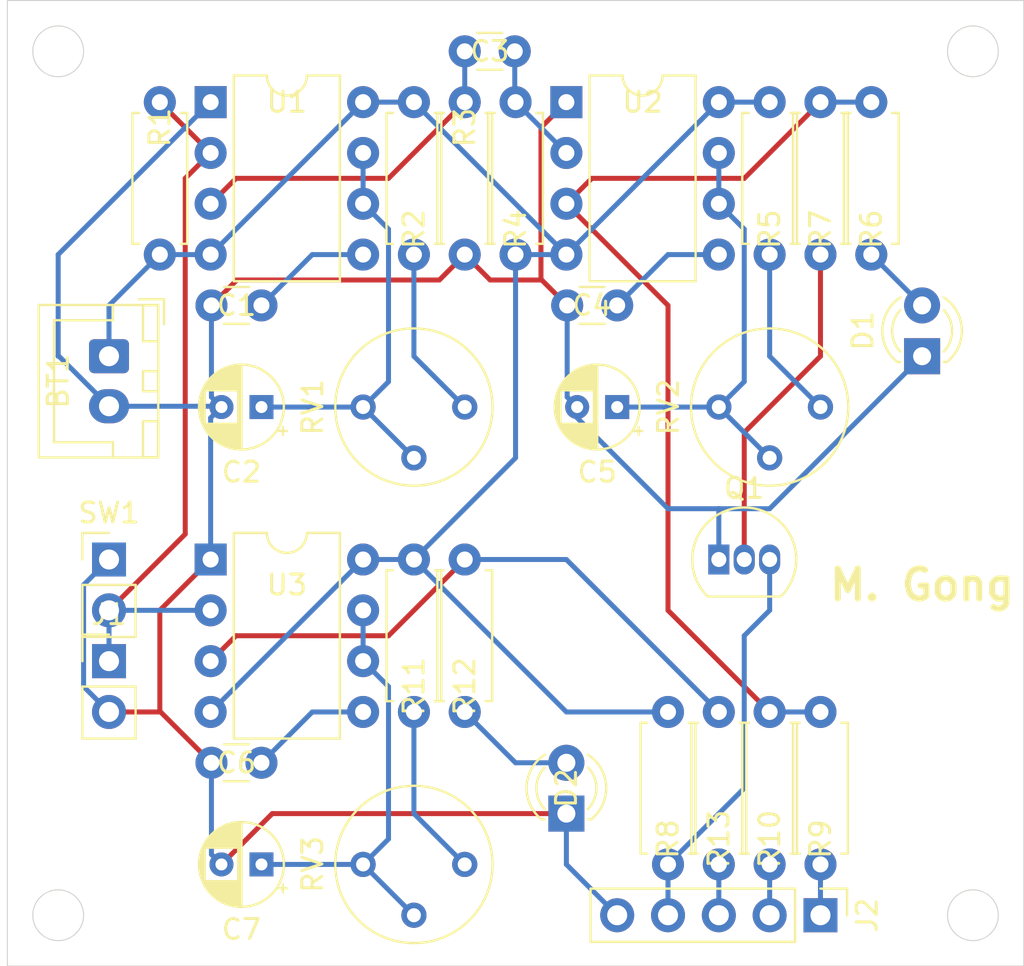
<source format=kicad_pcb>
(kicad_pcb (version 20171130) (host pcbnew "(5.1.4)-1")

  (general
    (thickness 1.6)
    (drawings 9)
    (tracks 129)
    (zones 0)
    (modules 33)
    (nets 24)
  )

  (page A4)
  (layers
    (0 F.Cu signal)
    (31 B.Cu signal)
    (32 B.Adhes user)
    (33 F.Adhes user)
    (34 B.Paste user)
    (35 F.Paste user)
    (36 B.SilkS user)
    (37 F.SilkS user)
    (38 B.Mask user)
    (39 F.Mask user)
    (40 Dwgs.User user)
    (41 Cmts.User user)
    (42 Eco1.User user)
    (43 Eco2.User user)
    (44 Edge.Cuts user)
    (45 Margin user)
    (46 B.CrtYd user)
    (47 F.CrtYd user)
    (48 B.Fab user)
    (49 F.Fab user)
  )

  (setup
    (last_trace_width 0.25)
    (trace_clearance 0.2)
    (zone_clearance 0.508)
    (zone_45_only no)
    (trace_min 0.2)
    (via_size 0.8)
    (via_drill 0.4)
    (via_min_size 0.4)
    (via_min_drill 0.3)
    (uvia_size 0.3)
    (uvia_drill 0.1)
    (uvias_allowed no)
    (uvia_min_size 0.2)
    (uvia_min_drill 0.1)
    (edge_width 0.05)
    (segment_width 0.2)
    (pcb_text_width 0.3)
    (pcb_text_size 1.5 1.5)
    (mod_edge_width 0.12)
    (mod_text_size 1 1)
    (mod_text_width 0.15)
    (pad_size 1.7 1.7)
    (pad_drill 1)
    (pad_to_mask_clearance 0.051)
    (solder_mask_min_width 0.25)
    (aux_axis_origin 0 0)
    (visible_elements 7FFFFFFF)
    (pcbplotparams
      (layerselection 0x010fc_ffffffff)
      (usegerberextensions false)
      (usegerberattributes false)
      (usegerberadvancedattributes false)
      (creategerberjobfile false)
      (excludeedgelayer true)
      (linewidth 0.100000)
      (plotframeref false)
      (viasonmask false)
      (mode 1)
      (useauxorigin false)
      (hpglpennumber 1)
      (hpglpenspeed 20)
      (hpglpendiameter 15.000000)
      (psnegative false)
      (psa4output false)
      (plotreference true)
      (plotvalue true)
      (plotinvisibletext false)
      (padsonsilk false)
      (subtractmaskfromsilk false)
      (outputformat 1)
      (mirror false)
      (drillshape 0)
      (scaleselection 1)
      (outputdirectory "Gerbers/"))
  )

  (net 0 "")
  (net 1 "Net-(C1-Pad1)")
  (net 2 GND)
  (net 3 "Net-(D1-Pad2)")
  (net 4 +12V)
  (net 5 "Net-(C2-Pad1)")
  (net 6 /CapacitorSignal)
  (net 7 "Net-(R2-Pad2)")
  (net 8 /VoltageSensingSignal)
  (net 9 /StarterSignal)
  (net 10 /CoilSignal)
  (net 11 "Net-(Q1-Pad2)")
  (net 12 /PropellantInjectorSignal)
  (net 13 "Net-(C3-Pad2)")
  (net 14 "Net-(C3-Pad1)")
  (net 15 "Net-(C4-Pad1)")
  (net 16 "Net-(C5-Pad1)")
  (net 17 "Net-(C6-Pad1)")
  (net 18 "Net-(C7-Pad1)")
  (net 19 "Net-(D2-Pad2)")
  (net 20 "Net-(R5-Pad2)")
  (net 21 "Net-(R10-Pad2)")
  (net 22 "Net-(R11-Pad2)")
  (net 23 "Net-(R12-Pad1)")

  (net_class Default "This is the default net class."
    (clearance 0.2)
    (trace_width 0.25)
    (via_dia 0.8)
    (via_drill 0.4)
    (uvia_dia 0.3)
    (uvia_drill 0.1)
    (add_net +12V)
    (add_net /CapacitorSignal)
    (add_net /CoilSignal)
    (add_net /PropellantInjectorSignal)
    (add_net /StarterSignal)
    (add_net /VoltageSensingSignal)
    (add_net GND)
    (add_net "Net-(C1-Pad1)")
    (add_net "Net-(C2-Pad1)")
    (add_net "Net-(C3-Pad1)")
    (add_net "Net-(C3-Pad2)")
    (add_net "Net-(C4-Pad1)")
    (add_net "Net-(C5-Pad1)")
    (add_net "Net-(C6-Pad1)")
    (add_net "Net-(C7-Pad1)")
    (add_net "Net-(D1-Pad2)")
    (add_net "Net-(D2-Pad2)")
    (add_net "Net-(Q1-Pad2)")
    (add_net "Net-(R10-Pad2)")
    (add_net "Net-(R11-Pad2)")
    (add_net "Net-(R12-Pad1)")
    (add_net "Net-(R2-Pad2)")
    (add_net "Net-(R5-Pad2)")
  )

  (module Package_DIP:DIP-8_W7.62mm (layer F.Cu) (tedit 5A02E8C5) (tstamp 5F645DD7)
    (at 114.3 111.76)
    (descr "8-lead though-hole mounted DIP package, row spacing 7.62 mm (300 mils)")
    (tags "THT DIP DIL PDIP 2.54mm 7.62mm 300mil")
    (path /5F5C9111)
    (fp_text reference U3 (at 3.81 1.27) (layer F.SilkS)
      (effects (font (size 1 1) (thickness 0.15)))
    )
    (fp_text value NE555 (at 3.81 6.35) (layer F.Fab)
      (effects (font (size 1 1) (thickness 0.15)))
    )
    (fp_text user %R (at 3.81 1.27) (layer F.Fab)
      (effects (font (size 1 1) (thickness 0.15)))
    )
    (fp_line (start 8.7 -1.55) (end -1.1 -1.55) (layer F.CrtYd) (width 0.05))
    (fp_line (start 8.7 9.15) (end 8.7 -1.55) (layer F.CrtYd) (width 0.05))
    (fp_line (start -1.1 9.15) (end 8.7 9.15) (layer F.CrtYd) (width 0.05))
    (fp_line (start -1.1 -1.55) (end -1.1 9.15) (layer F.CrtYd) (width 0.05))
    (fp_line (start 6.46 -1.33) (end 4.81 -1.33) (layer F.SilkS) (width 0.12))
    (fp_line (start 6.46 8.95) (end 6.46 -1.33) (layer F.SilkS) (width 0.12))
    (fp_line (start 1.16 8.95) (end 6.46 8.95) (layer F.SilkS) (width 0.12))
    (fp_line (start 1.16 -1.33) (end 1.16 8.95) (layer F.SilkS) (width 0.12))
    (fp_line (start 2.81 -1.33) (end 1.16 -1.33) (layer F.SilkS) (width 0.12))
    (fp_line (start 0.635 -0.27) (end 1.635 -1.27) (layer F.Fab) (width 0.1))
    (fp_line (start 0.635 8.89) (end 0.635 -0.27) (layer F.Fab) (width 0.1))
    (fp_line (start 6.985 8.89) (end 0.635 8.89) (layer F.Fab) (width 0.1))
    (fp_line (start 6.985 -1.27) (end 6.985 8.89) (layer F.Fab) (width 0.1))
    (fp_line (start 1.635 -1.27) (end 6.985 -1.27) (layer F.Fab) (width 0.1))
    (fp_arc (start 3.81 -1.33) (end 2.81 -1.33) (angle -180) (layer F.SilkS) (width 0.12))
    (pad 8 thru_hole oval (at 7.62 0) (size 1.6 1.6) (drill 0.8) (layers *.Cu *.Mask)
      (net 4 +12V))
    (pad 4 thru_hole oval (at 0 7.62) (size 1.6 1.6) (drill 0.8) (layers *.Cu *.Mask)
      (net 4 +12V))
    (pad 7 thru_hole oval (at 7.62 2.54) (size 1.6 1.6) (drill 0.8) (layers *.Cu *.Mask)
      (net 18 "Net-(C7-Pad1)"))
    (pad 3 thru_hole oval (at 0 5.08) (size 1.6 1.6) (drill 0.8) (layers *.Cu *.Mask)
      (net 23 "Net-(R12-Pad1)"))
    (pad 6 thru_hole oval (at 7.62 5.08) (size 1.6 1.6) (drill 0.8) (layers *.Cu *.Mask)
      (net 18 "Net-(C7-Pad1)"))
    (pad 2 thru_hole oval (at 0 2.54) (size 1.6 1.6) (drill 0.8) (layers *.Cu *.Mask)
      (net 8 /VoltageSensingSignal))
    (pad 5 thru_hole oval (at 7.62 7.62) (size 1.6 1.6) (drill 0.8) (layers *.Cu *.Mask)
      (net 17 "Net-(C6-Pad1)"))
    (pad 1 thru_hole rect (at 0 0) (size 1.6 1.6) (drill 0.8) (layers *.Cu *.Mask)
      (net 2 GND))
    (model ${KISYS3DMOD}/Package_DIP.3dshapes/DIP-8_W7.62mm.wrl
      (at (xyz 0 0 0))
      (scale (xyz 1 1 1))
      (rotate (xyz 0 0 0))
    )
  )

  (module Package_DIP:DIP-8_W7.62mm (layer F.Cu) (tedit 5A02E8C5) (tstamp 5F645DBB)
    (at 132.08 88.9)
    (descr "8-lead though-hole mounted DIP package, row spacing 7.62 mm (300 mils)")
    (tags "THT DIP DIL PDIP 2.54mm 7.62mm 300mil")
    (path /5F5FCB03)
    (fp_text reference U2 (at 3.81 0) (layer F.SilkS)
      (effects (font (size 1 1) (thickness 0.15)))
    )
    (fp_text value NE555 (at 3.81 6.35) (layer F.Fab)
      (effects (font (size 1 1) (thickness 0.15)))
    )
    (fp_text user %R (at 3.81 0) (layer F.Fab)
      (effects (font (size 1 1) (thickness 0.15)))
    )
    (fp_line (start 8.7 -1.55) (end -1.1 -1.55) (layer F.CrtYd) (width 0.05))
    (fp_line (start 8.7 9.15) (end 8.7 -1.55) (layer F.CrtYd) (width 0.05))
    (fp_line (start -1.1 9.15) (end 8.7 9.15) (layer F.CrtYd) (width 0.05))
    (fp_line (start -1.1 -1.55) (end -1.1 9.15) (layer F.CrtYd) (width 0.05))
    (fp_line (start 6.46 -1.33) (end 4.81 -1.33) (layer F.SilkS) (width 0.12))
    (fp_line (start 6.46 8.95) (end 6.46 -1.33) (layer F.SilkS) (width 0.12))
    (fp_line (start 1.16 8.95) (end 6.46 8.95) (layer F.SilkS) (width 0.12))
    (fp_line (start 1.16 -1.33) (end 1.16 8.95) (layer F.SilkS) (width 0.12))
    (fp_line (start 2.81 -1.33) (end 1.16 -1.33) (layer F.SilkS) (width 0.12))
    (fp_line (start 0.635 -0.27) (end 1.635 -1.27) (layer F.Fab) (width 0.1))
    (fp_line (start 0.635 8.89) (end 0.635 -0.27) (layer F.Fab) (width 0.1))
    (fp_line (start 6.985 8.89) (end 0.635 8.89) (layer F.Fab) (width 0.1))
    (fp_line (start 6.985 -1.27) (end 6.985 8.89) (layer F.Fab) (width 0.1))
    (fp_line (start 1.635 -1.27) (end 6.985 -1.27) (layer F.Fab) (width 0.1))
    (fp_arc (start 3.81 -1.33) (end 2.81 -1.33) (angle -180) (layer F.SilkS) (width 0.12))
    (pad 8 thru_hole oval (at 7.62 0) (size 1.6 1.6) (drill 0.8) (layers *.Cu *.Mask)
      (net 4 +12V))
    (pad 4 thru_hole oval (at 0 7.62) (size 1.6 1.6) (drill 0.8) (layers *.Cu *.Mask)
      (net 4 +12V))
    (pad 7 thru_hole oval (at 7.62 2.54) (size 1.6 1.6) (drill 0.8) (layers *.Cu *.Mask)
      (net 16 "Net-(C5-Pad1)"))
    (pad 3 thru_hole oval (at 0 5.08) (size 1.6 1.6) (drill 0.8) (layers *.Cu *.Mask)
      (net 21 "Net-(R10-Pad2)"))
    (pad 6 thru_hole oval (at 7.62 5.08) (size 1.6 1.6) (drill 0.8) (layers *.Cu *.Mask)
      (net 16 "Net-(C5-Pad1)"))
    (pad 2 thru_hole oval (at 0 2.54) (size 1.6 1.6) (drill 0.8) (layers *.Cu *.Mask)
      (net 13 "Net-(C3-Pad2)"))
    (pad 5 thru_hole oval (at 7.62 7.62) (size 1.6 1.6) (drill 0.8) (layers *.Cu *.Mask)
      (net 15 "Net-(C4-Pad1)"))
    (pad 1 thru_hole rect (at 0 0) (size 1.6 1.6) (drill 0.8) (layers *.Cu *.Mask)
      (net 2 GND))
    (model ${KISYS3DMOD}/Package_DIP.3dshapes/DIP-8_W7.62mm.wrl
      (at (xyz 0 0 0))
      (scale (xyz 1 1 1))
      (rotate (xyz 0 0 0))
    )
  )

  (module Potentiometer_THT:Potentiometer_Bourns_3339P_Vertical (layer F.Cu) (tedit 5A3D4993) (tstamp 5F645D3F)
    (at 127 127 90)
    (descr "Potentiometer, vertical, Bourns 3339P, http://www.bourns.com/docs/Product-Datasheets/3339.pdf")
    (tags "Potentiometer vertical Bourns 3339P")
    (path /5F5C90E6)
    (fp_text reference RV3 (at 0 -7.6 90) (layer F.SilkS)
      (effects (font (size 1 1) (thickness 0.15)))
    )
    (fp_text value 50K (at 0 2.52 90) (layer F.Fab)
      (effects (font (size 1 1) (thickness 0.15)))
    )
    (fp_text user %R (at -3.018 -2.54) (layer F.Fab)
      (effects (font (size 0.66 0.66) (thickness 0.15)))
    )
    (fp_line (start 4.1 -6.6) (end -4.1 -6.6) (layer F.CrtYd) (width 0.05))
    (fp_line (start 4.1 1.55) (end 4.1 -6.6) (layer F.CrtYd) (width 0.05))
    (fp_line (start -4.1 1.55) (end 4.1 1.55) (layer F.CrtYd) (width 0.05))
    (fp_line (start -4.1 -6.6) (end -4.1 1.55) (layer F.CrtYd) (width 0.05))
    (fp_line (start 0 -0.064) (end 0.001 -5.014) (layer F.Fab) (width 0.1))
    (fp_line (start 0 -0.064) (end 0.001 -5.014) (layer F.Fab) (width 0.1))
    (fp_circle (center 0 -2.54) (end 3.93 -2.54) (layer F.SilkS) (width 0.12))
    (fp_circle (center 0 -2.54) (end 2.5 -2.54) (layer F.Fab) (width 0.1))
    (fp_circle (center 0 -2.54) (end 3.81 -2.54) (layer F.Fab) (width 0.1))
    (pad 1 thru_hole circle (at 0 0 90) (size 1.26 1.26) (drill 0.7) (layers *.Cu *.Mask)
      (net 22 "Net-(R11-Pad2)"))
    (pad 2 thru_hole circle (at -2.54 -2.54 90) (size 1.26 1.26) (drill 0.7) (layers *.Cu *.Mask)
      (net 18 "Net-(C7-Pad1)"))
    (pad 3 thru_hole circle (at 0 -5.08 90) (size 1.26 1.26) (drill 0.7) (layers *.Cu *.Mask)
      (net 18 "Net-(C7-Pad1)"))
    (model ${KISYS3DMOD}/Potentiometer_THT.3dshapes/Potentiometer_Bourns_3339P_Vertical.wrl
      (at (xyz 0 0 0))
      (scale (xyz 1 1 1))
      (rotate (xyz 0 0 0))
    )
  )

  (module Potentiometer_THT:Potentiometer_Bourns_3339P_Vertical (layer F.Cu) (tedit 5A3D4993) (tstamp 5F645D2E)
    (at 144.78 104.14 90)
    (descr "Potentiometer, vertical, Bourns 3339P, http://www.bourns.com/docs/Product-Datasheets/3339.pdf")
    (tags "Potentiometer vertical Bourns 3339P")
    (path /5F5FCAD9)
    (fp_text reference RV2 (at 0 -7.6 90) (layer F.SilkS)
      (effects (font (size 1 1) (thickness 0.15)))
    )
    (fp_text value 50K (at 0 2.52 90) (layer F.Fab)
      (effects (font (size 1 1) (thickness 0.15)))
    )
    (fp_text user %R (at -3.018 -2.54) (layer F.Fab)
      (effects (font (size 0.66 0.66) (thickness 0.15)))
    )
    (fp_line (start 4.1 -6.6) (end -4.1 -6.6) (layer F.CrtYd) (width 0.05))
    (fp_line (start 4.1 1.55) (end 4.1 -6.6) (layer F.CrtYd) (width 0.05))
    (fp_line (start -4.1 1.55) (end 4.1 1.55) (layer F.CrtYd) (width 0.05))
    (fp_line (start -4.1 -6.6) (end -4.1 1.55) (layer F.CrtYd) (width 0.05))
    (fp_line (start 0 -0.064) (end 0.001 -5.014) (layer F.Fab) (width 0.1))
    (fp_line (start 0 -0.064) (end 0.001 -5.014) (layer F.Fab) (width 0.1))
    (fp_circle (center 0 -2.54) (end 3.93 -2.54) (layer F.SilkS) (width 0.12))
    (fp_circle (center 0 -2.54) (end 2.5 -2.54) (layer F.Fab) (width 0.1))
    (fp_circle (center 0 -2.54) (end 3.81 -2.54) (layer F.Fab) (width 0.1))
    (pad 1 thru_hole circle (at 0 0 90) (size 1.26 1.26) (drill 0.7) (layers *.Cu *.Mask)
      (net 20 "Net-(R5-Pad2)"))
    (pad 2 thru_hole circle (at -2.54 -2.54 90) (size 1.26 1.26) (drill 0.7) (layers *.Cu *.Mask)
      (net 16 "Net-(C5-Pad1)"))
    (pad 3 thru_hole circle (at 0 -5.08 90) (size 1.26 1.26) (drill 0.7) (layers *.Cu *.Mask)
      (net 16 "Net-(C5-Pad1)"))
    (model ${KISYS3DMOD}/Potentiometer_THT.3dshapes/Potentiometer_Bourns_3339P_Vertical.wrl
      (at (xyz 0 0 0))
      (scale (xyz 1 1 1))
      (rotate (xyz 0 0 0))
    )
  )

  (module Resistor_THT:R_Axial_DIN0207_L6.3mm_D2.5mm_P7.62mm_Horizontal (layer F.Cu) (tedit 5AE5139B) (tstamp 5F645CFD)
    (at 139.7 127 90)
    (descr "Resistor, Axial_DIN0207 series, Axial, Horizontal, pin pitch=7.62mm, 0.25W = 1/4W, length*diameter=6.3*2.5mm^2, http://cdn-reichelt.de/documents/datenblatt/B400/1_4W%23YAG.pdf")
    (tags "Resistor Axial_DIN0207 series Axial Horizontal pin pitch 7.62mm 0.25W = 1/4W length 6.3mm diameter 2.5mm")
    (path /5F75424D)
    (fp_text reference R13 (at 1.27 0 90) (layer F.SilkS)
      (effects (font (size 1 1) (thickness 0.15)))
    )
    (fp_text value 1K (at 5.08 0 90) (layer F.Fab)
      (effects (font (size 1 1) (thickness 0.15)))
    )
    (fp_text user %R (at 1.27 0 90) (layer F.Fab)
      (effects (font (size 1 1) (thickness 0.15)))
    )
    (fp_line (start 8.67 -1.5) (end -1.05 -1.5) (layer F.CrtYd) (width 0.05))
    (fp_line (start 8.67 1.5) (end 8.67 -1.5) (layer F.CrtYd) (width 0.05))
    (fp_line (start -1.05 1.5) (end 8.67 1.5) (layer F.CrtYd) (width 0.05))
    (fp_line (start -1.05 -1.5) (end -1.05 1.5) (layer F.CrtYd) (width 0.05))
    (fp_line (start 7.08 1.37) (end 7.08 1.04) (layer F.SilkS) (width 0.12))
    (fp_line (start 0.54 1.37) (end 7.08 1.37) (layer F.SilkS) (width 0.12))
    (fp_line (start 0.54 1.04) (end 0.54 1.37) (layer F.SilkS) (width 0.12))
    (fp_line (start 7.08 -1.37) (end 7.08 -1.04) (layer F.SilkS) (width 0.12))
    (fp_line (start 0.54 -1.37) (end 7.08 -1.37) (layer F.SilkS) (width 0.12))
    (fp_line (start 0.54 -1.04) (end 0.54 -1.37) (layer F.SilkS) (width 0.12))
    (fp_line (start 7.62 0) (end 6.96 0) (layer F.Fab) (width 0.1))
    (fp_line (start 0 0) (end 0.66 0) (layer F.Fab) (width 0.1))
    (fp_line (start 6.96 -1.25) (end 0.66 -1.25) (layer F.Fab) (width 0.1))
    (fp_line (start 6.96 1.25) (end 6.96 -1.25) (layer F.Fab) (width 0.1))
    (fp_line (start 0.66 1.25) (end 6.96 1.25) (layer F.Fab) (width 0.1))
    (fp_line (start 0.66 -1.25) (end 0.66 1.25) (layer F.Fab) (width 0.1))
    (pad 2 thru_hole oval (at 7.62 0 90) (size 1.6 1.6) (drill 0.8) (layers *.Cu *.Mask)
      (net 23 "Net-(R12-Pad1)"))
    (pad 1 thru_hole circle (at 0 0 90) (size 1.6 1.6) (drill 0.8) (layers *.Cu *.Mask)
      (net 12 /PropellantInjectorSignal))
    (model ${KISYS3DMOD}/Resistor_THT.3dshapes/R_Axial_DIN0207_L6.3mm_D2.5mm_P7.62mm_Horizontal.wrl
      (at (xyz 0 0 0))
      (scale (xyz 1 1 1))
      (rotate (xyz 0 0 0))
    )
  )

  (module Resistor_THT:R_Axial_DIN0207_L6.3mm_D2.5mm_P7.62mm_Horizontal (layer F.Cu) (tedit 5AE5139B) (tstamp 5F645CD0)
    (at 124.46 111.76 270)
    (descr "Resistor, Axial_DIN0207 series, Axial, Horizontal, pin pitch=7.62mm, 0.25W = 1/4W, length*diameter=6.3*2.5mm^2, http://cdn-reichelt.de/documents/datenblatt/B400/1_4W%23YAG.pdf")
    (tags "Resistor Axial_DIN0207 series Axial Horizontal pin pitch 7.62mm 0.25W = 1/4W length 6.3mm diameter 2.5mm")
    (path /5F5C90DC)
    (fp_text reference R11 (at 6.35 0 90) (layer F.SilkS)
      (effects (font (size 1 1) (thickness 0.15)))
    )
    (fp_text value 2K (at 2.54 0 90) (layer F.Fab)
      (effects (font (size 1 1) (thickness 0.15)))
    )
    (fp_text user %R (at 6.35 0 90) (layer F.Fab)
      (effects (font (size 1 1) (thickness 0.15)))
    )
    (fp_line (start 8.67 -1.5) (end -1.05 -1.5) (layer F.CrtYd) (width 0.05))
    (fp_line (start 8.67 1.5) (end 8.67 -1.5) (layer F.CrtYd) (width 0.05))
    (fp_line (start -1.05 1.5) (end 8.67 1.5) (layer F.CrtYd) (width 0.05))
    (fp_line (start -1.05 -1.5) (end -1.05 1.5) (layer F.CrtYd) (width 0.05))
    (fp_line (start 7.08 1.37) (end 7.08 1.04) (layer F.SilkS) (width 0.12))
    (fp_line (start 0.54 1.37) (end 7.08 1.37) (layer F.SilkS) (width 0.12))
    (fp_line (start 0.54 1.04) (end 0.54 1.37) (layer F.SilkS) (width 0.12))
    (fp_line (start 7.08 -1.37) (end 7.08 -1.04) (layer F.SilkS) (width 0.12))
    (fp_line (start 0.54 -1.37) (end 7.08 -1.37) (layer F.SilkS) (width 0.12))
    (fp_line (start 0.54 -1.04) (end 0.54 -1.37) (layer F.SilkS) (width 0.12))
    (fp_line (start 7.62 0) (end 6.96 0) (layer F.Fab) (width 0.1))
    (fp_line (start 0 0) (end 0.66 0) (layer F.Fab) (width 0.1))
    (fp_line (start 6.96 -1.25) (end 0.66 -1.25) (layer F.Fab) (width 0.1))
    (fp_line (start 6.96 1.25) (end 6.96 -1.25) (layer F.Fab) (width 0.1))
    (fp_line (start 0.66 1.25) (end 6.96 1.25) (layer F.Fab) (width 0.1))
    (fp_line (start 0.66 -1.25) (end 0.66 1.25) (layer F.Fab) (width 0.1))
    (pad 2 thru_hole oval (at 7.62 0 270) (size 1.6 1.6) (drill 0.8) (layers *.Cu *.Mask)
      (net 22 "Net-(R11-Pad2)"))
    (pad 1 thru_hole circle (at 0 0 270) (size 1.6 1.6) (drill 0.8) (layers *.Cu *.Mask)
      (net 4 +12V))
    (model ${KISYS3DMOD}/Resistor_THT.3dshapes/R_Axial_DIN0207_L6.3mm_D2.5mm_P7.62mm_Horizontal.wrl
      (at (xyz 0 0 0))
      (scale (xyz 1 1 1))
      (rotate (xyz 0 0 0))
    )
  )

  (module Resistor_THT:R_Axial_DIN0207_L6.3mm_D2.5mm_P7.62mm_Horizontal (layer F.Cu) (tedit 5AE5139B) (tstamp 5F645C61)
    (at 147.32 88.9 270)
    (descr "Resistor, Axial_DIN0207 series, Axial, Horizontal, pin pitch=7.62mm, 0.25W = 1/4W, length*diameter=6.3*2.5mm^2, http://cdn-reichelt.de/documents/datenblatt/B400/1_4W%23YAG.pdf")
    (tags "Resistor Axial_DIN0207 series Axial Horizontal pin pitch 7.62mm 0.25W = 1/4W length 6.3mm diameter 2.5mm")
    (path /5F5FCABD)
    (fp_text reference R6 (at 6.35 0 90) (layer F.SilkS)
      (effects (font (size 1 1) (thickness 0.15)))
    )
    (fp_text value 2.2K (at 2.54 0 90) (layer F.Fab)
      (effects (font (size 1 1) (thickness 0.15)))
    )
    (fp_text user %R (at 6.35 0 90) (layer F.Fab)
      (effects (font (size 1 1) (thickness 0.15)))
    )
    (fp_line (start 8.67 -1.5) (end -1.05 -1.5) (layer F.CrtYd) (width 0.05))
    (fp_line (start 8.67 1.5) (end 8.67 -1.5) (layer F.CrtYd) (width 0.05))
    (fp_line (start -1.05 1.5) (end 8.67 1.5) (layer F.CrtYd) (width 0.05))
    (fp_line (start -1.05 -1.5) (end -1.05 1.5) (layer F.CrtYd) (width 0.05))
    (fp_line (start 7.08 1.37) (end 7.08 1.04) (layer F.SilkS) (width 0.12))
    (fp_line (start 0.54 1.37) (end 7.08 1.37) (layer F.SilkS) (width 0.12))
    (fp_line (start 0.54 1.04) (end 0.54 1.37) (layer F.SilkS) (width 0.12))
    (fp_line (start 7.08 -1.37) (end 7.08 -1.04) (layer F.SilkS) (width 0.12))
    (fp_line (start 0.54 -1.37) (end 7.08 -1.37) (layer F.SilkS) (width 0.12))
    (fp_line (start 0.54 -1.04) (end 0.54 -1.37) (layer F.SilkS) (width 0.12))
    (fp_line (start 7.62 0) (end 6.96 0) (layer F.Fab) (width 0.1))
    (fp_line (start 0 0) (end 0.66 0) (layer F.Fab) (width 0.1))
    (fp_line (start 6.96 -1.25) (end 0.66 -1.25) (layer F.Fab) (width 0.1))
    (fp_line (start 6.96 1.25) (end 6.96 -1.25) (layer F.Fab) (width 0.1))
    (fp_line (start 0.66 1.25) (end 6.96 1.25) (layer F.Fab) (width 0.1))
    (fp_line (start 0.66 -1.25) (end 0.66 1.25) (layer F.Fab) (width 0.1))
    (pad 2 thru_hole oval (at 7.62 0 270) (size 1.6 1.6) (drill 0.8) (layers *.Cu *.Mask)
      (net 3 "Net-(D1-Pad2)"))
    (pad 1 thru_hole circle (at 0 0 270) (size 1.6 1.6) (drill 0.8) (layers *.Cu *.Mask)
      (net 21 "Net-(R10-Pad2)"))
    (model ${KISYS3DMOD}/Resistor_THT.3dshapes/R_Axial_DIN0207_L6.3mm_D2.5mm_P7.62mm_Horizontal.wrl
      (at (xyz 0 0 0))
      (scale (xyz 1 1 1))
      (rotate (xyz 0 0 0))
    )
  )

  (module Resistor_THT:R_Axial_DIN0207_L6.3mm_D2.5mm_P7.62mm_Horizontal (layer F.Cu) (tedit 5AE5139B) (tstamp 5F645C4A)
    (at 142.24 88.9 270)
    (descr "Resistor, Axial_DIN0207 series, Axial, Horizontal, pin pitch=7.62mm, 0.25W = 1/4W, length*diameter=6.3*2.5mm^2, http://cdn-reichelt.de/documents/datenblatt/B400/1_4W%23YAG.pdf")
    (tags "Resistor Axial_DIN0207 series Axial Horizontal pin pitch 7.62mm 0.25W = 1/4W length 6.3mm diameter 2.5mm")
    (path /5F5FCACF)
    (fp_text reference R5 (at 6.35 0 90) (layer F.SilkS)
      (effects (font (size 1 1) (thickness 0.15)))
    )
    (fp_text value 2K (at 2.54 0 90) (layer F.Fab)
      (effects (font (size 1 1) (thickness 0.15)))
    )
    (fp_text user %R (at 6.35 0 90) (layer F.Fab)
      (effects (font (size 1 1) (thickness 0.15)))
    )
    (fp_line (start 8.67 -1.5) (end -1.05 -1.5) (layer F.CrtYd) (width 0.05))
    (fp_line (start 8.67 1.5) (end 8.67 -1.5) (layer F.CrtYd) (width 0.05))
    (fp_line (start -1.05 1.5) (end 8.67 1.5) (layer F.CrtYd) (width 0.05))
    (fp_line (start -1.05 -1.5) (end -1.05 1.5) (layer F.CrtYd) (width 0.05))
    (fp_line (start 7.08 1.37) (end 7.08 1.04) (layer F.SilkS) (width 0.12))
    (fp_line (start 0.54 1.37) (end 7.08 1.37) (layer F.SilkS) (width 0.12))
    (fp_line (start 0.54 1.04) (end 0.54 1.37) (layer F.SilkS) (width 0.12))
    (fp_line (start 7.08 -1.37) (end 7.08 -1.04) (layer F.SilkS) (width 0.12))
    (fp_line (start 0.54 -1.37) (end 7.08 -1.37) (layer F.SilkS) (width 0.12))
    (fp_line (start 0.54 -1.04) (end 0.54 -1.37) (layer F.SilkS) (width 0.12))
    (fp_line (start 7.62 0) (end 6.96 0) (layer F.Fab) (width 0.1))
    (fp_line (start 0 0) (end 0.66 0) (layer F.Fab) (width 0.1))
    (fp_line (start 6.96 -1.25) (end 0.66 -1.25) (layer F.Fab) (width 0.1))
    (fp_line (start 6.96 1.25) (end 6.96 -1.25) (layer F.Fab) (width 0.1))
    (fp_line (start 0.66 1.25) (end 6.96 1.25) (layer F.Fab) (width 0.1))
    (fp_line (start 0.66 -1.25) (end 0.66 1.25) (layer F.Fab) (width 0.1))
    (pad 2 thru_hole oval (at 7.62 0 270) (size 1.6 1.6) (drill 0.8) (layers *.Cu *.Mask)
      (net 20 "Net-(R5-Pad2)"))
    (pad 1 thru_hole circle (at 0 0 270) (size 1.6 1.6) (drill 0.8) (layers *.Cu *.Mask)
      (net 4 +12V))
    (model ${KISYS3DMOD}/Resistor_THT.3dshapes/R_Axial_DIN0207_L6.3mm_D2.5mm_P7.62mm_Horizontal.wrl
      (at (xyz 0 0 0))
      (scale (xyz 1 1 1))
      (rotate (xyz 0 0 0))
    )
  )

  (module Resistor_THT:R_Axial_DIN0207_L6.3mm_D2.5mm_P7.62mm_Horizontal (layer F.Cu) (tedit 5AE5139B) (tstamp 5F645C33)
    (at 129.54 96.52 90)
    (descr "Resistor, Axial_DIN0207 series, Axial, Horizontal, pin pitch=7.62mm, 0.25W = 1/4W, length*diameter=6.3*2.5mm^2, http://cdn-reichelt.de/documents/datenblatt/B400/1_4W%23YAG.pdf")
    (tags "Resistor Axial_DIN0207 series Axial Horizontal pin pitch 7.62mm 0.25W = 1/4W length 6.3mm diameter 2.5mm")
    (path /5F5FCB2B)
    (fp_text reference R4 (at 1.27 0 90) (layer F.SilkS)
      (effects (font (size 1 1) (thickness 0.15)))
    )
    (fp_text value 3.3K (at 5.08 0 90) (layer F.Fab)
      (effects (font (size 1 1) (thickness 0.15)))
    )
    (fp_text user %R (at 1.27 0 90) (layer F.Fab)
      (effects (font (size 1 1) (thickness 0.15)))
    )
    (fp_line (start 8.67 -1.5) (end -1.05 -1.5) (layer F.CrtYd) (width 0.05))
    (fp_line (start 8.67 1.5) (end 8.67 -1.5) (layer F.CrtYd) (width 0.05))
    (fp_line (start -1.05 1.5) (end 8.67 1.5) (layer F.CrtYd) (width 0.05))
    (fp_line (start -1.05 -1.5) (end -1.05 1.5) (layer F.CrtYd) (width 0.05))
    (fp_line (start 7.08 1.37) (end 7.08 1.04) (layer F.SilkS) (width 0.12))
    (fp_line (start 0.54 1.37) (end 7.08 1.37) (layer F.SilkS) (width 0.12))
    (fp_line (start 0.54 1.04) (end 0.54 1.37) (layer F.SilkS) (width 0.12))
    (fp_line (start 7.08 -1.37) (end 7.08 -1.04) (layer F.SilkS) (width 0.12))
    (fp_line (start 0.54 -1.37) (end 7.08 -1.37) (layer F.SilkS) (width 0.12))
    (fp_line (start 0.54 -1.04) (end 0.54 -1.37) (layer F.SilkS) (width 0.12))
    (fp_line (start 7.62 0) (end 6.96 0) (layer F.Fab) (width 0.1))
    (fp_line (start 0 0) (end 0.66 0) (layer F.Fab) (width 0.1))
    (fp_line (start 6.96 -1.25) (end 0.66 -1.25) (layer F.Fab) (width 0.1))
    (fp_line (start 6.96 1.25) (end 6.96 -1.25) (layer F.Fab) (width 0.1))
    (fp_line (start 0.66 1.25) (end 6.96 1.25) (layer F.Fab) (width 0.1))
    (fp_line (start 0.66 -1.25) (end 0.66 1.25) (layer F.Fab) (width 0.1))
    (pad 2 thru_hole oval (at 7.62 0 90) (size 1.6 1.6) (drill 0.8) (layers *.Cu *.Mask)
      (net 13 "Net-(C3-Pad2)"))
    (pad 1 thru_hole circle (at 0 0 90) (size 1.6 1.6) (drill 0.8) (layers *.Cu *.Mask)
      (net 4 +12V))
    (model ${KISYS3DMOD}/Resistor_THT.3dshapes/R_Axial_DIN0207_L6.3mm_D2.5mm_P7.62mm_Horizontal.wrl
      (at (xyz 0 0 0))
      (scale (xyz 1 1 1))
      (rotate (xyz 0 0 0))
    )
  )

  (module Resistor_THT:R_Axial_DIN0207_L6.3mm_D2.5mm_P7.62mm_Horizontal (layer F.Cu) (tedit 5AE5139B) (tstamp 5F645C1C)
    (at 127 88.9 270)
    (descr "Resistor, Axial_DIN0207 series, Axial, Horizontal, pin pitch=7.62mm, 0.25W = 1/4W, length*diameter=6.3*2.5mm^2, http://cdn-reichelt.de/documents/datenblatt/B400/1_4W%23YAG.pdf")
    (tags "Resistor Axial_DIN0207 series Axial Horizontal pin pitch 7.62mm 0.25W = 1/4W length 6.3mm diameter 2.5mm")
    (path /5F6CFD9A)
    (fp_text reference R3 (at 1.27 0 90) (layer F.SilkS)
      (effects (font (size 1 1) (thickness 0.15)))
    )
    (fp_text value 4.7K (at 5.08 0 90) (layer F.Fab)
      (effects (font (size 1 1) (thickness 0.15)))
    )
    (fp_text user %R (at 1.27 0 90) (layer F.Fab)
      (effects (font (size 1 1) (thickness 0.15)))
    )
    (fp_line (start 8.67 -1.5) (end -1.05 -1.5) (layer F.CrtYd) (width 0.05))
    (fp_line (start 8.67 1.5) (end 8.67 -1.5) (layer F.CrtYd) (width 0.05))
    (fp_line (start -1.05 1.5) (end 8.67 1.5) (layer F.CrtYd) (width 0.05))
    (fp_line (start -1.05 -1.5) (end -1.05 1.5) (layer F.CrtYd) (width 0.05))
    (fp_line (start 7.08 1.37) (end 7.08 1.04) (layer F.SilkS) (width 0.12))
    (fp_line (start 0.54 1.37) (end 7.08 1.37) (layer F.SilkS) (width 0.12))
    (fp_line (start 0.54 1.04) (end 0.54 1.37) (layer F.SilkS) (width 0.12))
    (fp_line (start 7.08 -1.37) (end 7.08 -1.04) (layer F.SilkS) (width 0.12))
    (fp_line (start 0.54 -1.37) (end 7.08 -1.37) (layer F.SilkS) (width 0.12))
    (fp_line (start 0.54 -1.04) (end 0.54 -1.37) (layer F.SilkS) (width 0.12))
    (fp_line (start 7.62 0) (end 6.96 0) (layer F.Fab) (width 0.1))
    (fp_line (start 0 0) (end 0.66 0) (layer F.Fab) (width 0.1))
    (fp_line (start 6.96 -1.25) (end 0.66 -1.25) (layer F.Fab) (width 0.1))
    (fp_line (start 6.96 1.25) (end 6.96 -1.25) (layer F.Fab) (width 0.1))
    (fp_line (start 0.66 1.25) (end 6.96 1.25) (layer F.Fab) (width 0.1))
    (fp_line (start 0.66 -1.25) (end 0.66 1.25) (layer F.Fab) (width 0.1))
    (pad 2 thru_hole oval (at 7.62 0 270) (size 1.6 1.6) (drill 0.8) (layers *.Cu *.Mask)
      (net 2 GND))
    (pad 1 thru_hole circle (at 0 0 270) (size 1.6 1.6) (drill 0.8) (layers *.Cu *.Mask)
      (net 14 "Net-(C3-Pad1)"))
    (model ${KISYS3DMOD}/Resistor_THT.3dshapes/R_Axial_DIN0207_L6.3mm_D2.5mm_P7.62mm_Horizontal.wrl
      (at (xyz 0 0 0))
      (scale (xyz 1 1 1))
      (rotate (xyz 0 0 0))
    )
  )

  (module LED_THT:LED_D3.0mm_FlatTop (layer F.Cu) (tedit 5880A862) (tstamp 5F645B1F)
    (at 149.86 101.6 90)
    (descr "LED, Round, FlatTop, diameter 3.0mm, 2 pins, http://www.kingbright.com/attachments/file/psearch/000/00/00/L-47XEC(Ver.9A).pdf")
    (tags "LED Round FlatTop diameter 3.0mm 2 pins")
    (path /5F5FCAB2)
    (fp_text reference D1 (at 1.27 -2.96 90) (layer F.SilkS)
      (effects (font (size 1 1) (thickness 0.15)))
    )
    (fp_text value LED (at 1.27 2.96 90) (layer F.Fab)
      (effects (font (size 1 1) (thickness 0.15)))
    )
    (fp_line (start 3.7 -2.25) (end -1.15 -2.25) (layer F.CrtYd) (width 0.05))
    (fp_line (start 3.7 2.25) (end 3.7 -2.25) (layer F.CrtYd) (width 0.05))
    (fp_line (start -1.15 2.25) (end 3.7 2.25) (layer F.CrtYd) (width 0.05))
    (fp_line (start -1.15 -2.25) (end -1.15 2.25) (layer F.CrtYd) (width 0.05))
    (fp_line (start -0.29 1.08) (end -0.29 1.236) (layer F.SilkS) (width 0.12))
    (fp_line (start -0.29 -1.236) (end -0.29 -1.08) (layer F.SilkS) (width 0.12))
    (fp_line (start -0.23 -1.16619) (end -0.23 1.16619) (layer F.Fab) (width 0.1))
    (fp_circle (center 1.27 0) (end 2.77 0) (layer F.Fab) (width 0.1))
    (fp_arc (start 1.27 0) (end 0.229039 1.08) (angle -87.9) (layer F.SilkS) (width 0.12))
    (fp_arc (start 1.27 0) (end 0.229039 -1.08) (angle 87.9) (layer F.SilkS) (width 0.12))
    (fp_arc (start 1.27 0) (end -0.29 1.235516) (angle -108.8) (layer F.SilkS) (width 0.12))
    (fp_arc (start 1.27 0) (end -0.29 -1.235516) (angle 108.8) (layer F.SilkS) (width 0.12))
    (fp_arc (start 1.27 0) (end -0.23 -1.16619) (angle 284.3) (layer F.Fab) (width 0.1))
    (pad 2 thru_hole circle (at 2.54 0 90) (size 1.8 1.8) (drill 0.9) (layers *.Cu *.Mask)
      (net 3 "Net-(D1-Pad2)"))
    (pad 1 thru_hole rect (at 0 0 90) (size 1.8 1.8) (drill 0.9) (layers *.Cu *.Mask)
      (net 2 GND))
    (model ${KISYS3DMOD}/LED_THT.3dshapes/LED_D3.0mm_FlatTop.wrl
      (at (xyz 0 0 0))
      (scale (xyz 1 1 1))
      (rotate (xyz 0 0 0))
    )
  )

  (module Capacitor_THT:CP_Radial_D4.0mm_P2.00mm (layer F.Cu) (tedit 5AE50EF0) (tstamp 5F645B0C)
    (at 116.84 127 180)
    (descr "CP, Radial series, Radial, pin pitch=2.00mm, , diameter=4mm, Electrolytic Capacitor")
    (tags "CP Radial series Radial pin pitch 2.00mm  diameter 4mm Electrolytic Capacitor")
    (path /5F5C90F6)
    (fp_text reference C7 (at 1 -3.25) (layer F.SilkS)
      (effects (font (size 1 1) (thickness 0.15)))
    )
    (fp_text value 1uF (at 1 3.25) (layer F.Fab)
      (effects (font (size 1 1) (thickness 0.15)))
    )
    (fp_text user %R (at 1 0) (layer F.Fab)
      (effects (font (size 0.8 0.8) (thickness 0.12)))
    )
    (fp_line (start -1.069801 -1.395) (end -1.069801 -0.995) (layer F.SilkS) (width 0.12))
    (fp_line (start -1.269801 -1.195) (end -0.869801 -1.195) (layer F.SilkS) (width 0.12))
    (fp_line (start 3.081 -0.37) (end 3.081 0.37) (layer F.SilkS) (width 0.12))
    (fp_line (start 3.041 -0.537) (end 3.041 0.537) (layer F.SilkS) (width 0.12))
    (fp_line (start 3.001 -0.664) (end 3.001 0.664) (layer F.SilkS) (width 0.12))
    (fp_line (start 2.961 -0.768) (end 2.961 0.768) (layer F.SilkS) (width 0.12))
    (fp_line (start 2.921 -0.859) (end 2.921 0.859) (layer F.SilkS) (width 0.12))
    (fp_line (start 2.881 -0.94) (end 2.881 0.94) (layer F.SilkS) (width 0.12))
    (fp_line (start 2.841 -1.013) (end 2.841 1.013) (layer F.SilkS) (width 0.12))
    (fp_line (start 2.801 0.84) (end 2.801 1.08) (layer F.SilkS) (width 0.12))
    (fp_line (start 2.801 -1.08) (end 2.801 -0.84) (layer F.SilkS) (width 0.12))
    (fp_line (start 2.761 0.84) (end 2.761 1.142) (layer F.SilkS) (width 0.12))
    (fp_line (start 2.761 -1.142) (end 2.761 -0.84) (layer F.SilkS) (width 0.12))
    (fp_line (start 2.721 0.84) (end 2.721 1.2) (layer F.SilkS) (width 0.12))
    (fp_line (start 2.721 -1.2) (end 2.721 -0.84) (layer F.SilkS) (width 0.12))
    (fp_line (start 2.681 0.84) (end 2.681 1.254) (layer F.SilkS) (width 0.12))
    (fp_line (start 2.681 -1.254) (end 2.681 -0.84) (layer F.SilkS) (width 0.12))
    (fp_line (start 2.641 0.84) (end 2.641 1.304) (layer F.SilkS) (width 0.12))
    (fp_line (start 2.641 -1.304) (end 2.641 -0.84) (layer F.SilkS) (width 0.12))
    (fp_line (start 2.601 0.84) (end 2.601 1.351) (layer F.SilkS) (width 0.12))
    (fp_line (start 2.601 -1.351) (end 2.601 -0.84) (layer F.SilkS) (width 0.12))
    (fp_line (start 2.561 0.84) (end 2.561 1.396) (layer F.SilkS) (width 0.12))
    (fp_line (start 2.561 -1.396) (end 2.561 -0.84) (layer F.SilkS) (width 0.12))
    (fp_line (start 2.521 0.84) (end 2.521 1.438) (layer F.SilkS) (width 0.12))
    (fp_line (start 2.521 -1.438) (end 2.521 -0.84) (layer F.SilkS) (width 0.12))
    (fp_line (start 2.481 0.84) (end 2.481 1.478) (layer F.SilkS) (width 0.12))
    (fp_line (start 2.481 -1.478) (end 2.481 -0.84) (layer F.SilkS) (width 0.12))
    (fp_line (start 2.441 0.84) (end 2.441 1.516) (layer F.SilkS) (width 0.12))
    (fp_line (start 2.441 -1.516) (end 2.441 -0.84) (layer F.SilkS) (width 0.12))
    (fp_line (start 2.401 0.84) (end 2.401 1.552) (layer F.SilkS) (width 0.12))
    (fp_line (start 2.401 -1.552) (end 2.401 -0.84) (layer F.SilkS) (width 0.12))
    (fp_line (start 2.361 0.84) (end 2.361 1.587) (layer F.SilkS) (width 0.12))
    (fp_line (start 2.361 -1.587) (end 2.361 -0.84) (layer F.SilkS) (width 0.12))
    (fp_line (start 2.321 0.84) (end 2.321 1.619) (layer F.SilkS) (width 0.12))
    (fp_line (start 2.321 -1.619) (end 2.321 -0.84) (layer F.SilkS) (width 0.12))
    (fp_line (start 2.281 0.84) (end 2.281 1.65) (layer F.SilkS) (width 0.12))
    (fp_line (start 2.281 -1.65) (end 2.281 -0.84) (layer F.SilkS) (width 0.12))
    (fp_line (start 2.241 0.84) (end 2.241 1.68) (layer F.SilkS) (width 0.12))
    (fp_line (start 2.241 -1.68) (end 2.241 -0.84) (layer F.SilkS) (width 0.12))
    (fp_line (start 2.201 0.84) (end 2.201 1.708) (layer F.SilkS) (width 0.12))
    (fp_line (start 2.201 -1.708) (end 2.201 -0.84) (layer F.SilkS) (width 0.12))
    (fp_line (start 2.161 0.84) (end 2.161 1.735) (layer F.SilkS) (width 0.12))
    (fp_line (start 2.161 -1.735) (end 2.161 -0.84) (layer F.SilkS) (width 0.12))
    (fp_line (start 2.121 0.84) (end 2.121 1.76) (layer F.SilkS) (width 0.12))
    (fp_line (start 2.121 -1.76) (end 2.121 -0.84) (layer F.SilkS) (width 0.12))
    (fp_line (start 2.081 0.84) (end 2.081 1.785) (layer F.SilkS) (width 0.12))
    (fp_line (start 2.081 -1.785) (end 2.081 -0.84) (layer F.SilkS) (width 0.12))
    (fp_line (start 2.041 0.84) (end 2.041 1.808) (layer F.SilkS) (width 0.12))
    (fp_line (start 2.041 -1.808) (end 2.041 -0.84) (layer F.SilkS) (width 0.12))
    (fp_line (start 2.001 0.84) (end 2.001 1.83) (layer F.SilkS) (width 0.12))
    (fp_line (start 2.001 -1.83) (end 2.001 -0.84) (layer F.SilkS) (width 0.12))
    (fp_line (start 1.961 0.84) (end 1.961 1.851) (layer F.SilkS) (width 0.12))
    (fp_line (start 1.961 -1.851) (end 1.961 -0.84) (layer F.SilkS) (width 0.12))
    (fp_line (start 1.921 0.84) (end 1.921 1.87) (layer F.SilkS) (width 0.12))
    (fp_line (start 1.921 -1.87) (end 1.921 -0.84) (layer F.SilkS) (width 0.12))
    (fp_line (start 1.881 0.84) (end 1.881 1.889) (layer F.SilkS) (width 0.12))
    (fp_line (start 1.881 -1.889) (end 1.881 -0.84) (layer F.SilkS) (width 0.12))
    (fp_line (start 1.841 0.84) (end 1.841 1.907) (layer F.SilkS) (width 0.12))
    (fp_line (start 1.841 -1.907) (end 1.841 -0.84) (layer F.SilkS) (width 0.12))
    (fp_line (start 1.801 0.84) (end 1.801 1.924) (layer F.SilkS) (width 0.12))
    (fp_line (start 1.801 -1.924) (end 1.801 -0.84) (layer F.SilkS) (width 0.12))
    (fp_line (start 1.761 0.84) (end 1.761 1.94) (layer F.SilkS) (width 0.12))
    (fp_line (start 1.761 -1.94) (end 1.761 -0.84) (layer F.SilkS) (width 0.12))
    (fp_line (start 1.721 0.84) (end 1.721 1.954) (layer F.SilkS) (width 0.12))
    (fp_line (start 1.721 -1.954) (end 1.721 -0.84) (layer F.SilkS) (width 0.12))
    (fp_line (start 1.68 0.84) (end 1.68 1.968) (layer F.SilkS) (width 0.12))
    (fp_line (start 1.68 -1.968) (end 1.68 -0.84) (layer F.SilkS) (width 0.12))
    (fp_line (start 1.64 0.84) (end 1.64 1.982) (layer F.SilkS) (width 0.12))
    (fp_line (start 1.64 -1.982) (end 1.64 -0.84) (layer F.SilkS) (width 0.12))
    (fp_line (start 1.6 0.84) (end 1.6 1.994) (layer F.SilkS) (width 0.12))
    (fp_line (start 1.6 -1.994) (end 1.6 -0.84) (layer F.SilkS) (width 0.12))
    (fp_line (start 1.56 0.84) (end 1.56 2.005) (layer F.SilkS) (width 0.12))
    (fp_line (start 1.56 -2.005) (end 1.56 -0.84) (layer F.SilkS) (width 0.12))
    (fp_line (start 1.52 0.84) (end 1.52 2.016) (layer F.SilkS) (width 0.12))
    (fp_line (start 1.52 -2.016) (end 1.52 -0.84) (layer F.SilkS) (width 0.12))
    (fp_line (start 1.48 0.84) (end 1.48 2.025) (layer F.SilkS) (width 0.12))
    (fp_line (start 1.48 -2.025) (end 1.48 -0.84) (layer F.SilkS) (width 0.12))
    (fp_line (start 1.44 0.84) (end 1.44 2.034) (layer F.SilkS) (width 0.12))
    (fp_line (start 1.44 -2.034) (end 1.44 -0.84) (layer F.SilkS) (width 0.12))
    (fp_line (start 1.4 0.84) (end 1.4 2.042) (layer F.SilkS) (width 0.12))
    (fp_line (start 1.4 -2.042) (end 1.4 -0.84) (layer F.SilkS) (width 0.12))
    (fp_line (start 1.36 0.84) (end 1.36 2.05) (layer F.SilkS) (width 0.12))
    (fp_line (start 1.36 -2.05) (end 1.36 -0.84) (layer F.SilkS) (width 0.12))
    (fp_line (start 1.32 0.84) (end 1.32 2.056) (layer F.SilkS) (width 0.12))
    (fp_line (start 1.32 -2.056) (end 1.32 -0.84) (layer F.SilkS) (width 0.12))
    (fp_line (start 1.28 0.84) (end 1.28 2.062) (layer F.SilkS) (width 0.12))
    (fp_line (start 1.28 -2.062) (end 1.28 -0.84) (layer F.SilkS) (width 0.12))
    (fp_line (start 1.24 0.84) (end 1.24 2.067) (layer F.SilkS) (width 0.12))
    (fp_line (start 1.24 -2.067) (end 1.24 -0.84) (layer F.SilkS) (width 0.12))
    (fp_line (start 1.2 0.84) (end 1.2 2.071) (layer F.SilkS) (width 0.12))
    (fp_line (start 1.2 -2.071) (end 1.2 -0.84) (layer F.SilkS) (width 0.12))
    (fp_line (start 1.16 -2.074) (end 1.16 2.074) (layer F.SilkS) (width 0.12))
    (fp_line (start 1.12 -2.077) (end 1.12 2.077) (layer F.SilkS) (width 0.12))
    (fp_line (start 1.08 -2.079) (end 1.08 2.079) (layer F.SilkS) (width 0.12))
    (fp_line (start 1.04 -2.08) (end 1.04 2.08) (layer F.SilkS) (width 0.12))
    (fp_line (start 1 -2.08) (end 1 2.08) (layer F.SilkS) (width 0.12))
    (fp_line (start -0.502554 -1.0675) (end -0.502554 -0.6675) (layer F.Fab) (width 0.1))
    (fp_line (start -0.702554 -0.8675) (end -0.302554 -0.8675) (layer F.Fab) (width 0.1))
    (fp_circle (center 1 0) (end 3.25 0) (layer F.CrtYd) (width 0.05))
    (fp_circle (center 1 0) (end 3.12 0) (layer F.SilkS) (width 0.12))
    (fp_circle (center 1 0) (end 3 0) (layer F.Fab) (width 0.1))
    (pad 2 thru_hole circle (at 2 0 180) (size 1.2 1.2) (drill 0.6) (layers *.Cu *.Mask)
      (net 2 GND))
    (pad 1 thru_hole rect (at 0 0 180) (size 1.2 1.2) (drill 0.6) (layers *.Cu *.Mask)
      (net 18 "Net-(C7-Pad1)"))
    (model ${KISYS3DMOD}/Capacitor_THT.3dshapes/CP_Radial_D4.0mm_P2.00mm.wrl
      (at (xyz 0 0 0))
      (scale (xyz 1 1 1))
      (rotate (xyz 0 0 0))
    )
  )

  (module Capacitor_THT:C_Disc_D3.0mm_W1.6mm_P2.50mm (layer F.Cu) (tedit 5AE50EF0) (tstamp 5F645AA0)
    (at 116.84 121.92 180)
    (descr "C, Disc series, Radial, pin pitch=2.50mm, , diameter*width=3.0*1.6mm^2, Capacitor, http://www.vishay.com/docs/45233/krseries.pdf")
    (tags "C Disc series Radial pin pitch 2.50mm  diameter 3.0mm width 1.6mm Capacitor")
    (path /5F5C911D)
    (fp_text reference C6 (at 1.25 0) (layer F.SilkS)
      (effects (font (size 1 1) (thickness 0.15)))
    )
    (fp_text value 0.01uF (at -3.81 0) (layer F.Fab)
      (effects (font (size 1 1) (thickness 0.15)))
    )
    (fp_text user %R (at 1.25 0) (layer F.Fab)
      (effects (font (size 0.6 0.6) (thickness 0.09)))
    )
    (fp_line (start 3.55 -1.05) (end -1.05 -1.05) (layer F.CrtYd) (width 0.05))
    (fp_line (start 3.55 1.05) (end 3.55 -1.05) (layer F.CrtYd) (width 0.05))
    (fp_line (start -1.05 1.05) (end 3.55 1.05) (layer F.CrtYd) (width 0.05))
    (fp_line (start -1.05 -1.05) (end -1.05 1.05) (layer F.CrtYd) (width 0.05))
    (fp_line (start 0.621 0.92) (end 1.879 0.92) (layer F.SilkS) (width 0.12))
    (fp_line (start 0.621 -0.92) (end 1.879 -0.92) (layer F.SilkS) (width 0.12))
    (fp_line (start 2.75 -0.8) (end -0.25 -0.8) (layer F.Fab) (width 0.1))
    (fp_line (start 2.75 0.8) (end 2.75 -0.8) (layer F.Fab) (width 0.1))
    (fp_line (start -0.25 0.8) (end 2.75 0.8) (layer F.Fab) (width 0.1))
    (fp_line (start -0.25 -0.8) (end -0.25 0.8) (layer F.Fab) (width 0.1))
    (pad 2 thru_hole circle (at 2.5 0 180) (size 1.6 1.6) (drill 0.8) (layers *.Cu *.Mask)
      (net 2 GND))
    (pad 1 thru_hole circle (at 0 0 180) (size 1.6 1.6) (drill 0.8) (layers *.Cu *.Mask)
      (net 17 "Net-(C6-Pad1)"))
    (model ${KISYS3DMOD}/Capacitor_THT.3dshapes/C_Disc_D3.0mm_W1.6mm_P2.50mm.wrl
      (at (xyz 0 0 0))
      (scale (xyz 1 1 1))
      (rotate (xyz 0 0 0))
    )
  )

  (module Capacitor_THT:CP_Radial_D4.0mm_P2.00mm (layer F.Cu) (tedit 5AE50EF0) (tstamp 5F645A8F)
    (at 134.62 104.14 180)
    (descr "CP, Radial series, Radial, pin pitch=2.00mm, , diameter=4mm, Electrolytic Capacitor")
    (tags "CP Radial series Radial pin pitch 2.00mm  diameter 4mm Electrolytic Capacitor")
    (path /5F5FCAE9)
    (fp_text reference C5 (at 1 -3.25) (layer F.SilkS)
      (effects (font (size 1 1) (thickness 0.15)))
    )
    (fp_text value 1uF (at 1 3.25) (layer F.Fab)
      (effects (font (size 1 1) (thickness 0.15)))
    )
    (fp_text user %R (at 1 0) (layer F.Fab)
      (effects (font (size 0.8 0.8) (thickness 0.12)))
    )
    (fp_line (start -1.069801 -1.395) (end -1.069801 -0.995) (layer F.SilkS) (width 0.12))
    (fp_line (start -1.269801 -1.195) (end -0.869801 -1.195) (layer F.SilkS) (width 0.12))
    (fp_line (start 3.081 -0.37) (end 3.081 0.37) (layer F.SilkS) (width 0.12))
    (fp_line (start 3.041 -0.537) (end 3.041 0.537) (layer F.SilkS) (width 0.12))
    (fp_line (start 3.001 -0.664) (end 3.001 0.664) (layer F.SilkS) (width 0.12))
    (fp_line (start 2.961 -0.768) (end 2.961 0.768) (layer F.SilkS) (width 0.12))
    (fp_line (start 2.921 -0.859) (end 2.921 0.859) (layer F.SilkS) (width 0.12))
    (fp_line (start 2.881 -0.94) (end 2.881 0.94) (layer F.SilkS) (width 0.12))
    (fp_line (start 2.841 -1.013) (end 2.841 1.013) (layer F.SilkS) (width 0.12))
    (fp_line (start 2.801 0.84) (end 2.801 1.08) (layer F.SilkS) (width 0.12))
    (fp_line (start 2.801 -1.08) (end 2.801 -0.84) (layer F.SilkS) (width 0.12))
    (fp_line (start 2.761 0.84) (end 2.761 1.142) (layer F.SilkS) (width 0.12))
    (fp_line (start 2.761 -1.142) (end 2.761 -0.84) (layer F.SilkS) (width 0.12))
    (fp_line (start 2.721 0.84) (end 2.721 1.2) (layer F.SilkS) (width 0.12))
    (fp_line (start 2.721 -1.2) (end 2.721 -0.84) (layer F.SilkS) (width 0.12))
    (fp_line (start 2.681 0.84) (end 2.681 1.254) (layer F.SilkS) (width 0.12))
    (fp_line (start 2.681 -1.254) (end 2.681 -0.84) (layer F.SilkS) (width 0.12))
    (fp_line (start 2.641 0.84) (end 2.641 1.304) (layer F.SilkS) (width 0.12))
    (fp_line (start 2.641 -1.304) (end 2.641 -0.84) (layer F.SilkS) (width 0.12))
    (fp_line (start 2.601 0.84) (end 2.601 1.351) (layer F.SilkS) (width 0.12))
    (fp_line (start 2.601 -1.351) (end 2.601 -0.84) (layer F.SilkS) (width 0.12))
    (fp_line (start 2.561 0.84) (end 2.561 1.396) (layer F.SilkS) (width 0.12))
    (fp_line (start 2.561 -1.396) (end 2.561 -0.84) (layer F.SilkS) (width 0.12))
    (fp_line (start 2.521 0.84) (end 2.521 1.438) (layer F.SilkS) (width 0.12))
    (fp_line (start 2.521 -1.438) (end 2.521 -0.84) (layer F.SilkS) (width 0.12))
    (fp_line (start 2.481 0.84) (end 2.481 1.478) (layer F.SilkS) (width 0.12))
    (fp_line (start 2.481 -1.478) (end 2.481 -0.84) (layer F.SilkS) (width 0.12))
    (fp_line (start 2.441 0.84) (end 2.441 1.516) (layer F.SilkS) (width 0.12))
    (fp_line (start 2.441 -1.516) (end 2.441 -0.84) (layer F.SilkS) (width 0.12))
    (fp_line (start 2.401 0.84) (end 2.401 1.552) (layer F.SilkS) (width 0.12))
    (fp_line (start 2.401 -1.552) (end 2.401 -0.84) (layer F.SilkS) (width 0.12))
    (fp_line (start 2.361 0.84) (end 2.361 1.587) (layer F.SilkS) (width 0.12))
    (fp_line (start 2.361 -1.587) (end 2.361 -0.84) (layer F.SilkS) (width 0.12))
    (fp_line (start 2.321 0.84) (end 2.321 1.619) (layer F.SilkS) (width 0.12))
    (fp_line (start 2.321 -1.619) (end 2.321 -0.84) (layer F.SilkS) (width 0.12))
    (fp_line (start 2.281 0.84) (end 2.281 1.65) (layer F.SilkS) (width 0.12))
    (fp_line (start 2.281 -1.65) (end 2.281 -0.84) (layer F.SilkS) (width 0.12))
    (fp_line (start 2.241 0.84) (end 2.241 1.68) (layer F.SilkS) (width 0.12))
    (fp_line (start 2.241 -1.68) (end 2.241 -0.84) (layer F.SilkS) (width 0.12))
    (fp_line (start 2.201 0.84) (end 2.201 1.708) (layer F.SilkS) (width 0.12))
    (fp_line (start 2.201 -1.708) (end 2.201 -0.84) (layer F.SilkS) (width 0.12))
    (fp_line (start 2.161 0.84) (end 2.161 1.735) (layer F.SilkS) (width 0.12))
    (fp_line (start 2.161 -1.735) (end 2.161 -0.84) (layer F.SilkS) (width 0.12))
    (fp_line (start 2.121 0.84) (end 2.121 1.76) (layer F.SilkS) (width 0.12))
    (fp_line (start 2.121 -1.76) (end 2.121 -0.84) (layer F.SilkS) (width 0.12))
    (fp_line (start 2.081 0.84) (end 2.081 1.785) (layer F.SilkS) (width 0.12))
    (fp_line (start 2.081 -1.785) (end 2.081 -0.84) (layer F.SilkS) (width 0.12))
    (fp_line (start 2.041 0.84) (end 2.041 1.808) (layer F.SilkS) (width 0.12))
    (fp_line (start 2.041 -1.808) (end 2.041 -0.84) (layer F.SilkS) (width 0.12))
    (fp_line (start 2.001 0.84) (end 2.001 1.83) (layer F.SilkS) (width 0.12))
    (fp_line (start 2.001 -1.83) (end 2.001 -0.84) (layer F.SilkS) (width 0.12))
    (fp_line (start 1.961 0.84) (end 1.961 1.851) (layer F.SilkS) (width 0.12))
    (fp_line (start 1.961 -1.851) (end 1.961 -0.84) (layer F.SilkS) (width 0.12))
    (fp_line (start 1.921 0.84) (end 1.921 1.87) (layer F.SilkS) (width 0.12))
    (fp_line (start 1.921 -1.87) (end 1.921 -0.84) (layer F.SilkS) (width 0.12))
    (fp_line (start 1.881 0.84) (end 1.881 1.889) (layer F.SilkS) (width 0.12))
    (fp_line (start 1.881 -1.889) (end 1.881 -0.84) (layer F.SilkS) (width 0.12))
    (fp_line (start 1.841 0.84) (end 1.841 1.907) (layer F.SilkS) (width 0.12))
    (fp_line (start 1.841 -1.907) (end 1.841 -0.84) (layer F.SilkS) (width 0.12))
    (fp_line (start 1.801 0.84) (end 1.801 1.924) (layer F.SilkS) (width 0.12))
    (fp_line (start 1.801 -1.924) (end 1.801 -0.84) (layer F.SilkS) (width 0.12))
    (fp_line (start 1.761 0.84) (end 1.761 1.94) (layer F.SilkS) (width 0.12))
    (fp_line (start 1.761 -1.94) (end 1.761 -0.84) (layer F.SilkS) (width 0.12))
    (fp_line (start 1.721 0.84) (end 1.721 1.954) (layer F.SilkS) (width 0.12))
    (fp_line (start 1.721 -1.954) (end 1.721 -0.84) (layer F.SilkS) (width 0.12))
    (fp_line (start 1.68 0.84) (end 1.68 1.968) (layer F.SilkS) (width 0.12))
    (fp_line (start 1.68 -1.968) (end 1.68 -0.84) (layer F.SilkS) (width 0.12))
    (fp_line (start 1.64 0.84) (end 1.64 1.982) (layer F.SilkS) (width 0.12))
    (fp_line (start 1.64 -1.982) (end 1.64 -0.84) (layer F.SilkS) (width 0.12))
    (fp_line (start 1.6 0.84) (end 1.6 1.994) (layer F.SilkS) (width 0.12))
    (fp_line (start 1.6 -1.994) (end 1.6 -0.84) (layer F.SilkS) (width 0.12))
    (fp_line (start 1.56 0.84) (end 1.56 2.005) (layer F.SilkS) (width 0.12))
    (fp_line (start 1.56 -2.005) (end 1.56 -0.84) (layer F.SilkS) (width 0.12))
    (fp_line (start 1.52 0.84) (end 1.52 2.016) (layer F.SilkS) (width 0.12))
    (fp_line (start 1.52 -2.016) (end 1.52 -0.84) (layer F.SilkS) (width 0.12))
    (fp_line (start 1.48 0.84) (end 1.48 2.025) (layer F.SilkS) (width 0.12))
    (fp_line (start 1.48 -2.025) (end 1.48 -0.84) (layer F.SilkS) (width 0.12))
    (fp_line (start 1.44 0.84) (end 1.44 2.034) (layer F.SilkS) (width 0.12))
    (fp_line (start 1.44 -2.034) (end 1.44 -0.84) (layer F.SilkS) (width 0.12))
    (fp_line (start 1.4 0.84) (end 1.4 2.042) (layer F.SilkS) (width 0.12))
    (fp_line (start 1.4 -2.042) (end 1.4 -0.84) (layer F.SilkS) (width 0.12))
    (fp_line (start 1.36 0.84) (end 1.36 2.05) (layer F.SilkS) (width 0.12))
    (fp_line (start 1.36 -2.05) (end 1.36 -0.84) (layer F.SilkS) (width 0.12))
    (fp_line (start 1.32 0.84) (end 1.32 2.056) (layer F.SilkS) (width 0.12))
    (fp_line (start 1.32 -2.056) (end 1.32 -0.84) (layer F.SilkS) (width 0.12))
    (fp_line (start 1.28 0.84) (end 1.28 2.062) (layer F.SilkS) (width 0.12))
    (fp_line (start 1.28 -2.062) (end 1.28 -0.84) (layer F.SilkS) (width 0.12))
    (fp_line (start 1.24 0.84) (end 1.24 2.067) (layer F.SilkS) (width 0.12))
    (fp_line (start 1.24 -2.067) (end 1.24 -0.84) (layer F.SilkS) (width 0.12))
    (fp_line (start 1.2 0.84) (end 1.2 2.071) (layer F.SilkS) (width 0.12))
    (fp_line (start 1.2 -2.071) (end 1.2 -0.84) (layer F.SilkS) (width 0.12))
    (fp_line (start 1.16 -2.074) (end 1.16 2.074) (layer F.SilkS) (width 0.12))
    (fp_line (start 1.12 -2.077) (end 1.12 2.077) (layer F.SilkS) (width 0.12))
    (fp_line (start 1.08 -2.079) (end 1.08 2.079) (layer F.SilkS) (width 0.12))
    (fp_line (start 1.04 -2.08) (end 1.04 2.08) (layer F.SilkS) (width 0.12))
    (fp_line (start 1 -2.08) (end 1 2.08) (layer F.SilkS) (width 0.12))
    (fp_line (start -0.502554 -1.0675) (end -0.502554 -0.6675) (layer F.Fab) (width 0.1))
    (fp_line (start -0.702554 -0.8675) (end -0.302554 -0.8675) (layer F.Fab) (width 0.1))
    (fp_circle (center 1 0) (end 3.25 0) (layer F.CrtYd) (width 0.05))
    (fp_circle (center 1 0) (end 3.12 0) (layer F.SilkS) (width 0.12))
    (fp_circle (center 1 0) (end 3 0) (layer F.Fab) (width 0.1))
    (pad 2 thru_hole circle (at 2 0 180) (size 1.2 1.2) (drill 0.6) (layers *.Cu *.Mask)
      (net 2 GND))
    (pad 1 thru_hole rect (at 0 0 180) (size 1.2 1.2) (drill 0.6) (layers *.Cu *.Mask)
      (net 16 "Net-(C5-Pad1)"))
    (model ${KISYS3DMOD}/Capacitor_THT.3dshapes/CP_Radial_D4.0mm_P2.00mm.wrl
      (at (xyz 0 0 0))
      (scale (xyz 1 1 1))
      (rotate (xyz 0 0 0))
    )
  )

  (module Capacitor_THT:C_Disc_D3.0mm_W1.6mm_P2.50mm (layer F.Cu) (tedit 5AE50EF0) (tstamp 5F645A23)
    (at 134.62 99.06 180)
    (descr "C, Disc series, Radial, pin pitch=2.50mm, , diameter*width=3.0*1.6mm^2, Capacitor, http://www.vishay.com/docs/45233/krseries.pdf")
    (tags "C Disc series Radial pin pitch 2.50mm  diameter 3.0mm width 1.6mm Capacitor")
    (path /5F5FCB0F)
    (fp_text reference C4 (at 1.27 0) (layer F.SilkS)
      (effects (font (size 1 1) (thickness 0.15)))
    )
    (fp_text value 0.01uF (at -3.81 0) (layer F.Fab)
      (effects (font (size 1 1) (thickness 0.15)))
    )
    (fp_line (start -0.25 -0.8) (end -0.25 0.8) (layer F.Fab) (width 0.1))
    (fp_line (start -0.25 0.8) (end 2.75 0.8) (layer F.Fab) (width 0.1))
    (fp_line (start 2.75 0.8) (end 2.75 -0.8) (layer F.Fab) (width 0.1))
    (fp_line (start 2.75 -0.8) (end -0.25 -0.8) (layer F.Fab) (width 0.1))
    (fp_line (start 0.621 -0.92) (end 1.879 -0.92) (layer F.SilkS) (width 0.12))
    (fp_line (start 0.621 0.92) (end 1.879 0.92) (layer F.SilkS) (width 0.12))
    (fp_line (start -1.05 -1.05) (end -1.05 1.05) (layer F.CrtYd) (width 0.05))
    (fp_line (start -1.05 1.05) (end 3.55 1.05) (layer F.CrtYd) (width 0.05))
    (fp_line (start 3.55 1.05) (end 3.55 -1.05) (layer F.CrtYd) (width 0.05))
    (fp_line (start 3.55 -1.05) (end -1.05 -1.05) (layer F.CrtYd) (width 0.05))
    (fp_text user %R (at 1.25 0) (layer F.Fab)
      (effects (font (size 0.6 0.6) (thickness 0.09)))
    )
    (pad 1 thru_hole circle (at 0 0 180) (size 1.6 1.6) (drill 0.8) (layers *.Cu *.Mask)
      (net 15 "Net-(C4-Pad1)"))
    (pad 2 thru_hole circle (at 2.5 0 180) (size 1.6 1.6) (drill 0.8) (layers *.Cu *.Mask)
      (net 2 GND))
    (model ${KISYS3DMOD}/Capacitor_THT.3dshapes/C_Disc_D3.0mm_W1.6mm_P2.50mm.wrl
      (at (xyz 0 0 0))
      (scale (xyz 1 1 1))
      (rotate (xyz 0 0 0))
    )
  )

  (module Capacitor_THT:C_Disc_D3.0mm_W1.6mm_P2.50mm (layer F.Cu) (tedit 5AE50EF0) (tstamp 5F645A12)
    (at 127 86.36)
    (descr "C, Disc series, Radial, pin pitch=2.50mm, , diameter*width=3.0*1.6mm^2, Capacitor, http://www.vishay.com/docs/45233/krseries.pdf")
    (tags "C Disc series Radial pin pitch 2.50mm  diameter 3.0mm width 1.6mm Capacitor")
    (path /5F6A505A)
    (fp_text reference C3 (at 1.25 0) (layer F.SilkS)
      (effects (font (size 1 1) (thickness 0.15)))
    )
    (fp_text value 0.01uF (at 6.35 0) (layer F.Fab)
      (effects (font (size 1 1) (thickness 0.15)))
    )
    (fp_text user %R (at 1.25 0) (layer F.Fab)
      (effects (font (size 0.6 0.6) (thickness 0.09)))
    )
    (fp_line (start 3.55 -1.05) (end -1.05 -1.05) (layer F.CrtYd) (width 0.05))
    (fp_line (start 3.55 1.05) (end 3.55 -1.05) (layer F.CrtYd) (width 0.05))
    (fp_line (start -1.05 1.05) (end 3.55 1.05) (layer F.CrtYd) (width 0.05))
    (fp_line (start -1.05 -1.05) (end -1.05 1.05) (layer F.CrtYd) (width 0.05))
    (fp_line (start 0.621 0.92) (end 1.879 0.92) (layer F.SilkS) (width 0.12))
    (fp_line (start 0.621 -0.92) (end 1.879 -0.92) (layer F.SilkS) (width 0.12))
    (fp_line (start 2.75 -0.8) (end -0.25 -0.8) (layer F.Fab) (width 0.1))
    (fp_line (start 2.75 0.8) (end 2.75 -0.8) (layer F.Fab) (width 0.1))
    (fp_line (start -0.25 0.8) (end 2.75 0.8) (layer F.Fab) (width 0.1))
    (fp_line (start -0.25 -0.8) (end -0.25 0.8) (layer F.Fab) (width 0.1))
    (pad 2 thru_hole circle (at 2.5 0) (size 1.6 1.6) (drill 0.8) (layers *.Cu *.Mask)
      (net 13 "Net-(C3-Pad2)"))
    (pad 1 thru_hole circle (at 0 0) (size 1.6 1.6) (drill 0.8) (layers *.Cu *.Mask)
      (net 14 "Net-(C3-Pad1)"))
    (model ${KISYS3DMOD}/Capacitor_THT.3dshapes/C_Disc_D3.0mm_W1.6mm_P2.50mm.wrl
      (at (xyz 0 0 0))
      (scale (xyz 1 1 1))
      (rotate (xyz 0 0 0))
    )
  )

  (module Connector_PinHeader_2.54mm:PinHeader_1x05_P2.54mm_Vertical (layer F.Cu) (tedit 59FED5CC) (tstamp 5F5C93CA)
    (at 144.78 129.54 270)
    (descr "Through hole straight pin header, 1x05, 2.54mm pitch, single row")
    (tags "Through hole pin header THT 1x05 2.54mm single row")
    (path /5F56DA46)
    (fp_text reference J2 (at 0 -2.33 90) (layer F.SilkS)
      (effects (font (size 1 1) (thickness 0.15)))
    )
    (fp_text value "To Switch" (at 1.27 3.81) (layer F.Fab)
      (effects (font (size 1 1) (thickness 0.15)))
    )
    (fp_text user %R (at 0 5.08) (layer F.Fab)
      (effects (font (size 1 1) (thickness 0.15)))
    )
    (fp_line (start 1.8 -1.8) (end -1.8 -1.8) (layer F.CrtYd) (width 0.05))
    (fp_line (start 1.8 11.95) (end 1.8 -1.8) (layer F.CrtYd) (width 0.05))
    (fp_line (start -1.8 11.95) (end 1.8 11.95) (layer F.CrtYd) (width 0.05))
    (fp_line (start -1.8 -1.8) (end -1.8 11.95) (layer F.CrtYd) (width 0.05))
    (fp_line (start -1.33 -1.33) (end 0 -1.33) (layer F.SilkS) (width 0.12))
    (fp_line (start -1.33 0) (end -1.33 -1.33) (layer F.SilkS) (width 0.12))
    (fp_line (start -1.33 1.27) (end 1.33 1.27) (layer F.SilkS) (width 0.12))
    (fp_line (start 1.33 1.27) (end 1.33 11.49) (layer F.SilkS) (width 0.12))
    (fp_line (start -1.33 1.27) (end -1.33 11.49) (layer F.SilkS) (width 0.12))
    (fp_line (start -1.33 11.49) (end 1.33 11.49) (layer F.SilkS) (width 0.12))
    (fp_line (start -1.27 -0.635) (end -0.635 -1.27) (layer F.Fab) (width 0.1))
    (fp_line (start -1.27 11.43) (end -1.27 -0.635) (layer F.Fab) (width 0.1))
    (fp_line (start 1.27 11.43) (end -1.27 11.43) (layer F.Fab) (width 0.1))
    (fp_line (start 1.27 -1.27) (end 1.27 11.43) (layer F.Fab) (width 0.1))
    (fp_line (start -0.635 -1.27) (end 1.27 -1.27) (layer F.Fab) (width 0.1))
    (pad 5 thru_hole oval (at 0 10.16 270) (size 1.7 1.7) (drill 1) (layers *.Cu *.Mask)
      (net 2 GND))
    (pad 4 thru_hole oval (at 0 7.62 270) (size 1.7 1.7) (drill 1) (layers *.Cu *.Mask)
      (net 6 /CapacitorSignal))
    (pad 3 thru_hole oval (at 0 5.08 270) (size 1.7 1.7) (drill 1) (layers *.Cu *.Mask)
      (net 12 /PropellantInjectorSignal))
    (pad 2 thru_hole oval (at 0 2.54 270) (size 1.7 1.7) (drill 1) (layers *.Cu *.Mask)
      (net 9 /StarterSignal))
    (pad 1 thru_hole rect (at 0 0 270) (size 1.7 1.7) (drill 1) (layers *.Cu *.Mask)
      (net 10 /CoilSignal))
    (model ${KISYS3DMOD}/Connector_PinHeader_2.54mm.3dshapes/PinHeader_1x05_P2.54mm_Vertical.wrl
      (at (xyz 0 0 0))
      (scale (xyz 1 1 1))
      (rotate (xyz 0 0 0))
    )
  )

  (module Resistor_THT:R_Axial_DIN0207_L6.3mm_D2.5mm_P7.62mm_Horizontal (layer F.Cu) (tedit 5AE5139B) (tstamp 5F55C4F5)
    (at 137.16 119.38 270)
    (descr "Resistor, Axial_DIN0207 series, Axial, Horizontal, pin pitch=7.62mm, 0.25W = 1/4W, length*diameter=6.3*2.5mm^2, http://cdn-reichelt.de/documents/datenblatt/B400/1_4W%23YAG.pdf")
    (tags "Resistor Axial_DIN0207 series Axial Horizontal pin pitch 7.62mm 0.25W = 1/4W length 6.3mm diameter 2.5mm")
    (path /5F56979F)
    (fp_text reference R8 (at 6.35 0 90) (layer F.SilkS)
      (effects (font (size 1 1) (thickness 0.15)))
    )
    (fp_text value 1K (at 2.54 0 90) (layer F.Fab)
      (effects (font (size 1 1) (thickness 0.15)))
    )
    (fp_text user %R (at 6.35 0 90) (layer F.Fab)
      (effects (font (size 1 1) (thickness 0.15)))
    )
    (fp_line (start 8.67 -1.5) (end -1.05 -1.5) (layer F.CrtYd) (width 0.05))
    (fp_line (start 8.67 1.5) (end 8.67 -1.5) (layer F.CrtYd) (width 0.05))
    (fp_line (start -1.05 1.5) (end 8.67 1.5) (layer F.CrtYd) (width 0.05))
    (fp_line (start -1.05 -1.5) (end -1.05 1.5) (layer F.CrtYd) (width 0.05))
    (fp_line (start 7.08 1.37) (end 7.08 1.04) (layer F.SilkS) (width 0.12))
    (fp_line (start 0.54 1.37) (end 7.08 1.37) (layer F.SilkS) (width 0.12))
    (fp_line (start 0.54 1.04) (end 0.54 1.37) (layer F.SilkS) (width 0.12))
    (fp_line (start 7.08 -1.37) (end 7.08 -1.04) (layer F.SilkS) (width 0.12))
    (fp_line (start 0.54 -1.37) (end 7.08 -1.37) (layer F.SilkS) (width 0.12))
    (fp_line (start 0.54 -1.04) (end 0.54 -1.37) (layer F.SilkS) (width 0.12))
    (fp_line (start 7.62 0) (end 6.96 0) (layer F.Fab) (width 0.1))
    (fp_line (start 0 0) (end 0.66 0) (layer F.Fab) (width 0.1))
    (fp_line (start 6.96 -1.25) (end 0.66 -1.25) (layer F.Fab) (width 0.1))
    (fp_line (start 6.96 1.25) (end 6.96 -1.25) (layer F.Fab) (width 0.1))
    (fp_line (start 0.66 1.25) (end 6.96 1.25) (layer F.Fab) (width 0.1))
    (fp_line (start 0.66 -1.25) (end 0.66 1.25) (layer F.Fab) (width 0.1))
    (pad 2 thru_hole oval (at 7.62 0 270) (size 1.6 1.6) (drill 0.8) (layers *.Cu *.Mask)
      (net 6 /CapacitorSignal))
    (pad 1 thru_hole circle (at 0 0 270) (size 1.6 1.6) (drill 0.8) (layers *.Cu *.Mask)
      (net 4 +12V))
    (model ${KISYS3DMOD}/Resistor_THT.3dshapes/R_Axial_DIN0207_L6.3mm_D2.5mm_P7.62mm_Horizontal.wrl
      (at (xyz 0 0 0))
      (scale (xyz 1 1 1))
      (rotate (xyz 0 0 0))
    )
  )

  (module Resistor_THT:R_Axial_DIN0207_L6.3mm_D2.5mm_P7.62mm_Horizontal (layer F.Cu) (tedit 5AE5139B) (tstamp 5F55C4DE)
    (at 142.24 127 90)
    (descr "Resistor, Axial_DIN0207 series, Axial, Horizontal, pin pitch=7.62mm, 0.25W = 1/4W, length*diameter=6.3*2.5mm^2, http://cdn-reichelt.de/documents/datenblatt/B400/1_4W%23YAG.pdf")
    (tags "Resistor Axial_DIN0207 series Axial Horizontal pin pitch 7.62mm 0.25W = 1/4W length 6.3mm diameter 2.5mm")
    (path /5F5EA564)
    (fp_text reference R10 (at 1.27 0 90) (layer F.SilkS)
      (effects (font (size 1 1) (thickness 0.15)))
    )
    (fp_text value 1K (at 5.08 0 90) (layer F.Fab)
      (effects (font (size 1 1) (thickness 0.15)))
    )
    (fp_text user %R (at 1.27 0 90) (layer F.Fab)
      (effects (font (size 1 1) (thickness 0.15)))
    )
    (fp_line (start 8.67 -1.5) (end -1.05 -1.5) (layer F.CrtYd) (width 0.05))
    (fp_line (start 8.67 1.5) (end 8.67 -1.5) (layer F.CrtYd) (width 0.05))
    (fp_line (start -1.05 1.5) (end 8.67 1.5) (layer F.CrtYd) (width 0.05))
    (fp_line (start -1.05 -1.5) (end -1.05 1.5) (layer F.CrtYd) (width 0.05))
    (fp_line (start 7.08 1.37) (end 7.08 1.04) (layer F.SilkS) (width 0.12))
    (fp_line (start 0.54 1.37) (end 7.08 1.37) (layer F.SilkS) (width 0.12))
    (fp_line (start 0.54 1.04) (end 0.54 1.37) (layer F.SilkS) (width 0.12))
    (fp_line (start 7.08 -1.37) (end 7.08 -1.04) (layer F.SilkS) (width 0.12))
    (fp_line (start 0.54 -1.37) (end 7.08 -1.37) (layer F.SilkS) (width 0.12))
    (fp_line (start 0.54 -1.04) (end 0.54 -1.37) (layer F.SilkS) (width 0.12))
    (fp_line (start 7.62 0) (end 6.96 0) (layer F.Fab) (width 0.1))
    (fp_line (start 0 0) (end 0.66 0) (layer F.Fab) (width 0.1))
    (fp_line (start 6.96 -1.25) (end 0.66 -1.25) (layer F.Fab) (width 0.1))
    (fp_line (start 6.96 1.25) (end 6.96 -1.25) (layer F.Fab) (width 0.1))
    (fp_line (start 0.66 1.25) (end 6.96 1.25) (layer F.Fab) (width 0.1))
    (fp_line (start 0.66 -1.25) (end 0.66 1.25) (layer F.Fab) (width 0.1))
    (pad 2 thru_hole oval (at 7.62 0 90) (size 1.6 1.6) (drill 0.8) (layers *.Cu *.Mask)
      (net 21 "Net-(R10-Pad2)"))
    (pad 1 thru_hole circle (at 0 0 90) (size 1.6 1.6) (drill 0.8) (layers *.Cu *.Mask)
      (net 9 /StarterSignal))
    (model ${KISYS3DMOD}/Resistor_THT.3dshapes/R_Axial_DIN0207_L6.3mm_D2.5mm_P7.62mm_Horizontal.wrl
      (at (xyz 0 0 0))
      (scale (xyz 1 1 1))
      (rotate (xyz 0 0 0))
    )
  )

  (module Resistor_THT:R_Axial_DIN0207_L6.3mm_D2.5mm_P7.62mm_Horizontal (layer F.Cu) (tedit 5AE5139B) (tstamp 5F55C4C7)
    (at 144.78 127 90)
    (descr "Resistor, Axial_DIN0207 series, Axial, Horizontal, pin pitch=7.62mm, 0.25W = 1/4W, length*diameter=6.3*2.5mm^2, http://cdn-reichelt.de/documents/datenblatt/B400/1_4W%23YAG.pdf")
    (tags "Resistor Axial_DIN0207 series Axial Horizontal pin pitch 7.62mm 0.25W = 1/4W length 6.3mm diameter 2.5mm")
    (path /5F5EE5B5)
    (fp_text reference R9 (at 1.27 0 90) (layer F.SilkS)
      (effects (font (size 1 1) (thickness 0.15)))
    )
    (fp_text value 1K (at 5.08 0 90) (layer F.Fab)
      (effects (font (size 1 1) (thickness 0.15)))
    )
    (fp_text user %R (at 1.27 0 90) (layer F.Fab)
      (effects (font (size 1 1) (thickness 0.15)))
    )
    (fp_line (start 8.67 -1.5) (end -1.05 -1.5) (layer F.CrtYd) (width 0.05))
    (fp_line (start 8.67 1.5) (end 8.67 -1.5) (layer F.CrtYd) (width 0.05))
    (fp_line (start -1.05 1.5) (end 8.67 1.5) (layer F.CrtYd) (width 0.05))
    (fp_line (start -1.05 -1.5) (end -1.05 1.5) (layer F.CrtYd) (width 0.05))
    (fp_line (start 7.08 1.37) (end 7.08 1.04) (layer F.SilkS) (width 0.12))
    (fp_line (start 0.54 1.37) (end 7.08 1.37) (layer F.SilkS) (width 0.12))
    (fp_line (start 0.54 1.04) (end 0.54 1.37) (layer F.SilkS) (width 0.12))
    (fp_line (start 7.08 -1.37) (end 7.08 -1.04) (layer F.SilkS) (width 0.12))
    (fp_line (start 0.54 -1.37) (end 7.08 -1.37) (layer F.SilkS) (width 0.12))
    (fp_line (start 0.54 -1.04) (end 0.54 -1.37) (layer F.SilkS) (width 0.12))
    (fp_line (start 7.62 0) (end 6.96 0) (layer F.Fab) (width 0.1))
    (fp_line (start 0 0) (end 0.66 0) (layer F.Fab) (width 0.1))
    (fp_line (start 6.96 -1.25) (end 0.66 -1.25) (layer F.Fab) (width 0.1))
    (fp_line (start 6.96 1.25) (end 6.96 -1.25) (layer F.Fab) (width 0.1))
    (fp_line (start 0.66 1.25) (end 6.96 1.25) (layer F.Fab) (width 0.1))
    (fp_line (start 0.66 -1.25) (end 0.66 1.25) (layer F.Fab) (width 0.1))
    (pad 2 thru_hole oval (at 7.62 0 90) (size 1.6 1.6) (drill 0.8) (layers *.Cu *.Mask)
      (net 21 "Net-(R10-Pad2)"))
    (pad 1 thru_hole circle (at 0 0 90) (size 1.6 1.6) (drill 0.8) (layers *.Cu *.Mask)
      (net 10 /CoilSignal))
    (model ${KISYS3DMOD}/Resistor_THT.3dshapes/R_Axial_DIN0207_L6.3mm_D2.5mm_P7.62mm_Horizontal.wrl
      (at (xyz 0 0 0))
      (scale (xyz 1 1 1))
      (rotate (xyz 0 0 0))
    )
  )

  (module Resistor_THT:R_Axial_DIN0207_L6.3mm_D2.5mm_P7.62mm_Horizontal (layer F.Cu) (tedit 5AE5139B) (tstamp 5F55C4B0)
    (at 144.78 88.9 270)
    (descr "Resistor, Axial_DIN0207 series, Axial, Horizontal, pin pitch=7.62mm, 0.25W = 1/4W, length*diameter=6.3*2.5mm^2, http://cdn-reichelt.de/documents/datenblatt/B400/1_4W%23YAG.pdf")
    (tags "Resistor Axial_DIN0207 series Axial Horizontal pin pitch 7.62mm 0.25W = 1/4W length 6.3mm diameter 2.5mm")
    (path /5F5649A7)
    (fp_text reference R7 (at 6.35 0 90) (layer F.SilkS)
      (effects (font (size 1 1) (thickness 0.15)))
    )
    (fp_text value 3.3K (at 2.54 0 90) (layer F.Fab)
      (effects (font (size 1 1) (thickness 0.15)))
    )
    (fp_text user %R (at 6.35 0 90) (layer F.Fab)
      (effects (font (size 1 1) (thickness 0.15)))
    )
    (fp_line (start 8.67 -1.5) (end -1.05 -1.5) (layer F.CrtYd) (width 0.05))
    (fp_line (start 8.67 1.5) (end 8.67 -1.5) (layer F.CrtYd) (width 0.05))
    (fp_line (start -1.05 1.5) (end 8.67 1.5) (layer F.CrtYd) (width 0.05))
    (fp_line (start -1.05 -1.5) (end -1.05 1.5) (layer F.CrtYd) (width 0.05))
    (fp_line (start 7.08 1.37) (end 7.08 1.04) (layer F.SilkS) (width 0.12))
    (fp_line (start 0.54 1.37) (end 7.08 1.37) (layer F.SilkS) (width 0.12))
    (fp_line (start 0.54 1.04) (end 0.54 1.37) (layer F.SilkS) (width 0.12))
    (fp_line (start 7.08 -1.37) (end 7.08 -1.04) (layer F.SilkS) (width 0.12))
    (fp_line (start 0.54 -1.37) (end 7.08 -1.37) (layer F.SilkS) (width 0.12))
    (fp_line (start 0.54 -1.04) (end 0.54 -1.37) (layer F.SilkS) (width 0.12))
    (fp_line (start 7.62 0) (end 6.96 0) (layer F.Fab) (width 0.1))
    (fp_line (start 0 0) (end 0.66 0) (layer F.Fab) (width 0.1))
    (fp_line (start 6.96 -1.25) (end 0.66 -1.25) (layer F.Fab) (width 0.1))
    (fp_line (start 6.96 1.25) (end 6.96 -1.25) (layer F.Fab) (width 0.1))
    (fp_line (start 0.66 1.25) (end 6.96 1.25) (layer F.Fab) (width 0.1))
    (fp_line (start 0.66 -1.25) (end 0.66 1.25) (layer F.Fab) (width 0.1))
    (pad 2 thru_hole oval (at 7.62 0 270) (size 1.6 1.6) (drill 0.8) (layers *.Cu *.Mask)
      (net 11 "Net-(Q1-Pad2)"))
    (pad 1 thru_hole circle (at 0 0 270) (size 1.6 1.6) (drill 0.8) (layers *.Cu *.Mask)
      (net 21 "Net-(R10-Pad2)"))
    (model ${KISYS3DMOD}/Resistor_THT.3dshapes/R_Axial_DIN0207_L6.3mm_D2.5mm_P7.62mm_Horizontal.wrl
      (at (xyz 0 0 0))
      (scale (xyz 1 1 1))
      (rotate (xyz 0 0 0))
    )
  )

  (module Package_TO_SOT_THT:TO-92_Inline (layer F.Cu) (tedit 5A1DD157) (tstamp 5F55C42B)
    (at 139.7 111.76)
    (descr "TO-92 leads in-line, narrow, oval pads, drill 0.75mm (see NXP sot054_po.pdf)")
    (tags "to-92 sc-43 sc-43a sot54 PA33 transistor")
    (path /5F55B41E)
    (fp_text reference Q1 (at 1.27 -3.56) (layer F.SilkS)
      (effects (font (size 1 1) (thickness 0.15)))
    )
    (fp_text value 2N3904 (at 1.27 2.79) (layer F.Fab)
      (effects (font (size 1 1) (thickness 0.15)))
    )
    (fp_arc (start 1.27 0) (end 1.27 -2.6) (angle 135) (layer F.SilkS) (width 0.12))
    (fp_arc (start 1.27 0) (end 1.27 -2.48) (angle -135) (layer F.Fab) (width 0.1))
    (fp_arc (start 1.27 0) (end 1.27 -2.6) (angle -135) (layer F.SilkS) (width 0.12))
    (fp_arc (start 1.27 0) (end 1.27 -2.48) (angle 135) (layer F.Fab) (width 0.1))
    (fp_line (start 4 2.01) (end -1.46 2.01) (layer F.CrtYd) (width 0.05))
    (fp_line (start 4 2.01) (end 4 -2.73) (layer F.CrtYd) (width 0.05))
    (fp_line (start -1.46 -2.73) (end -1.46 2.01) (layer F.CrtYd) (width 0.05))
    (fp_line (start -1.46 -2.73) (end 4 -2.73) (layer F.CrtYd) (width 0.05))
    (fp_line (start -0.5 1.75) (end 3 1.75) (layer F.Fab) (width 0.1))
    (fp_line (start -0.53 1.85) (end 3.07 1.85) (layer F.SilkS) (width 0.12))
    (fp_text user %R (at 1.27 -3.56) (layer F.Fab)
      (effects (font (size 1 1) (thickness 0.15)))
    )
    (pad 1 thru_hole rect (at 0 0) (size 1.05 1.5) (drill 0.75) (layers *.Cu *.Mask)
      (net 2 GND))
    (pad 3 thru_hole oval (at 2.54 0) (size 1.05 1.5) (drill 0.75) (layers *.Cu *.Mask)
      (net 6 /CapacitorSignal))
    (pad 2 thru_hole oval (at 1.27 0) (size 1.05 1.5) (drill 0.75) (layers *.Cu *.Mask)
      (net 11 "Net-(Q1-Pad2)"))
    (model ${KISYS3DMOD}/Package_TO_SOT_THT.3dshapes/TO-92_Inline.wrl
      (at (xyz 0 0 0))
      (scale (xyz 1 1 1))
      (rotate (xyz 0 0 0))
    )
  )

  (module Resistor_THT:R_Axial_DIN0207_L6.3mm_D2.5mm_P7.62mm_Horizontal (layer F.Cu) (tedit 5AE5139B) (tstamp 5F547FB4)
    (at 124.46 88.9 270)
    (descr "Resistor, Axial_DIN0207 series, Axial, Horizontal, pin pitch=7.62mm, 0.25W = 1/4W, length*diameter=6.3*2.5mm^2, http://cdn-reichelt.de/documents/datenblatt/B400/1_4W%23YAG.pdf")
    (tags "Resistor Axial_DIN0207 series Axial Horizontal pin pitch 7.62mm 0.25W = 1/4W length 6.3mm diameter 2.5mm")
    (path /5F547DD5)
    (fp_text reference R2 (at 6.35 0 90) (layer F.SilkS)
      (effects (font (size 1 1) (thickness 0.15)))
    )
    (fp_text value 2K (at 2.54 0 90) (layer F.Fab)
      (effects (font (size 1 1) (thickness 0.15)))
    )
    (fp_text user %R (at 6.35 0 90) (layer F.Fab)
      (effects (font (size 1 1) (thickness 0.15)))
    )
    (fp_line (start 8.67 -1.5) (end -1.05 -1.5) (layer F.CrtYd) (width 0.05))
    (fp_line (start 8.67 1.5) (end 8.67 -1.5) (layer F.CrtYd) (width 0.05))
    (fp_line (start -1.05 1.5) (end 8.67 1.5) (layer F.CrtYd) (width 0.05))
    (fp_line (start -1.05 -1.5) (end -1.05 1.5) (layer F.CrtYd) (width 0.05))
    (fp_line (start 7.08 1.37) (end 7.08 1.04) (layer F.SilkS) (width 0.12))
    (fp_line (start 0.54 1.37) (end 7.08 1.37) (layer F.SilkS) (width 0.12))
    (fp_line (start 0.54 1.04) (end 0.54 1.37) (layer F.SilkS) (width 0.12))
    (fp_line (start 7.08 -1.37) (end 7.08 -1.04) (layer F.SilkS) (width 0.12))
    (fp_line (start 0.54 -1.37) (end 7.08 -1.37) (layer F.SilkS) (width 0.12))
    (fp_line (start 0.54 -1.04) (end 0.54 -1.37) (layer F.SilkS) (width 0.12))
    (fp_line (start 7.62 0) (end 6.96 0) (layer F.Fab) (width 0.1))
    (fp_line (start 0 0) (end 0.66 0) (layer F.Fab) (width 0.1))
    (fp_line (start 6.96 -1.25) (end 0.66 -1.25) (layer F.Fab) (width 0.1))
    (fp_line (start 6.96 1.25) (end 6.96 -1.25) (layer F.Fab) (width 0.1))
    (fp_line (start 0.66 1.25) (end 6.96 1.25) (layer F.Fab) (width 0.1))
    (fp_line (start 0.66 -1.25) (end 0.66 1.25) (layer F.Fab) (width 0.1))
    (pad 2 thru_hole oval (at 7.62 0 270) (size 1.6 1.6) (drill 0.8) (layers *.Cu *.Mask)
      (net 7 "Net-(R2-Pad2)"))
    (pad 1 thru_hole circle (at 0 0 270) (size 1.6 1.6) (drill 0.8) (layers *.Cu *.Mask)
      (net 4 +12V))
    (model ${KISYS3DMOD}/Resistor_THT.3dshapes/R_Axial_DIN0207_L6.3mm_D2.5mm_P7.62mm_Horizontal.wrl
      (at (xyz 0 0 0))
      (scale (xyz 1 1 1))
      (rotate (xyz 0 0 0))
    )
  )

  (module Package_DIP:DIP-8_W7.62mm (layer F.Cu) (tedit 5A02E8C5) (tstamp 5DC92A79)
    (at 114.3 88.9)
    (descr "8-lead though-hole mounted DIP package, row spacing 7.62 mm (300 mils)")
    (tags "THT DIP DIL PDIP 2.54mm 7.62mm 300mil")
    (path /5DC69916)
    (fp_text reference U1 (at 3.81 0) (layer F.SilkS)
      (effects (font (size 1 1) (thickness 0.15)))
    )
    (fp_text value NE555 (at 3.81 6.35) (layer F.Fab)
      (effects (font (size 1 1) (thickness 0.15)))
    )
    (fp_text user %R (at 3.81 0) (layer F.Fab)
      (effects (font (size 1 1) (thickness 0.15)))
    )
    (fp_line (start 8.7 -1.55) (end -1.1 -1.55) (layer F.CrtYd) (width 0.05))
    (fp_line (start 8.7 9.15) (end 8.7 -1.55) (layer F.CrtYd) (width 0.05))
    (fp_line (start -1.1 9.15) (end 8.7 9.15) (layer F.CrtYd) (width 0.05))
    (fp_line (start -1.1 -1.55) (end -1.1 9.15) (layer F.CrtYd) (width 0.05))
    (fp_line (start 6.46 -1.33) (end 4.81 -1.33) (layer F.SilkS) (width 0.12))
    (fp_line (start 6.46 8.95) (end 6.46 -1.33) (layer F.SilkS) (width 0.12))
    (fp_line (start 1.16 8.95) (end 6.46 8.95) (layer F.SilkS) (width 0.12))
    (fp_line (start 1.16 -1.33) (end 1.16 8.95) (layer F.SilkS) (width 0.12))
    (fp_line (start 2.81 -1.33) (end 1.16 -1.33) (layer F.SilkS) (width 0.12))
    (fp_line (start 0.635 -0.27) (end 1.635 -1.27) (layer F.Fab) (width 0.1))
    (fp_line (start 0.635 8.89) (end 0.635 -0.27) (layer F.Fab) (width 0.1))
    (fp_line (start 6.985 8.89) (end 0.635 8.89) (layer F.Fab) (width 0.1))
    (fp_line (start 6.985 -1.27) (end 6.985 8.89) (layer F.Fab) (width 0.1))
    (fp_line (start 1.635 -1.27) (end 6.985 -1.27) (layer F.Fab) (width 0.1))
    (fp_arc (start 3.81 -1.33) (end 2.81 -1.33) (angle -180) (layer F.SilkS) (width 0.12))
    (pad 8 thru_hole oval (at 7.62 0) (size 1.6 1.6) (drill 0.8) (layers *.Cu *.Mask)
      (net 4 +12V))
    (pad 4 thru_hole oval (at 0 7.62) (size 1.6 1.6) (drill 0.8) (layers *.Cu *.Mask)
      (net 4 +12V))
    (pad 7 thru_hole oval (at 7.62 2.54) (size 1.6 1.6) (drill 0.8) (layers *.Cu *.Mask)
      (net 5 "Net-(C2-Pad1)"))
    (pad 3 thru_hole oval (at 0 5.08) (size 1.6 1.6) (drill 0.8) (layers *.Cu *.Mask)
      (net 14 "Net-(C3-Pad1)"))
    (pad 6 thru_hole oval (at 7.62 5.08) (size 1.6 1.6) (drill 0.8) (layers *.Cu *.Mask)
      (net 5 "Net-(C2-Pad1)"))
    (pad 2 thru_hole oval (at 0 2.54) (size 1.6 1.6) (drill 0.8) (layers *.Cu *.Mask)
      (net 8 /VoltageSensingSignal))
    (pad 5 thru_hole oval (at 7.62 7.62) (size 1.6 1.6) (drill 0.8) (layers *.Cu *.Mask)
      (net 1 "Net-(C1-Pad1)"))
    (pad 1 thru_hole rect (at 0 0) (size 1.6 1.6) (drill 0.8) (layers *.Cu *.Mask)
      (net 2 GND))
    (model ${KISYS3DMOD}/Package_DIP.3dshapes/DIP-8_W7.62mm.wrl
      (at (xyz 0 0 0))
      (scale (xyz 1 1 1))
      (rotate (xyz 0 0 0))
    )
  )

  (module Potentiometer_THT:Potentiometer_Bourns_3339P_Vertical (layer F.Cu) (tedit 5A3D4993) (tstamp 5F49A679)
    (at 127 104.14 90)
    (descr "Potentiometer, vertical, Bourns 3339P, http://www.bourns.com/docs/Product-Datasheets/3339.pdf")
    (tags "Potentiometer vertical Bourns 3339P")
    (path /5F49B1F3)
    (fp_text reference RV1 (at 0 -7.6 90) (layer F.SilkS)
      (effects (font (size 1 1) (thickness 0.15)))
    )
    (fp_text value 50K (at 0 2.52 90) (layer F.Fab)
      (effects (font (size 1 1) (thickness 0.15)))
    )
    (fp_text user %R (at -3.018 -2.54) (layer F.Fab)
      (effects (font (size 0.66 0.66) (thickness 0.15)))
    )
    (fp_line (start 4.1 -6.6) (end -4.1 -6.6) (layer F.CrtYd) (width 0.05))
    (fp_line (start 4.1 1.55) (end 4.1 -6.6) (layer F.CrtYd) (width 0.05))
    (fp_line (start -4.1 1.55) (end 4.1 1.55) (layer F.CrtYd) (width 0.05))
    (fp_line (start -4.1 -6.6) (end -4.1 1.55) (layer F.CrtYd) (width 0.05))
    (fp_line (start 0 -0.064) (end 0.001 -5.014) (layer F.Fab) (width 0.1))
    (fp_line (start 0 -0.064) (end 0.001 -5.014) (layer F.Fab) (width 0.1))
    (fp_circle (center 0 -2.54) (end 3.93 -2.54) (layer F.SilkS) (width 0.12))
    (fp_circle (center 0 -2.54) (end 2.5 -2.54) (layer F.Fab) (width 0.1))
    (fp_circle (center 0 -2.54) (end 3.81 -2.54) (layer F.Fab) (width 0.1))
    (pad 1 thru_hole circle (at 0 0 90) (size 1.26 1.26) (drill 0.7) (layers *.Cu *.Mask)
      (net 7 "Net-(R2-Pad2)"))
    (pad 2 thru_hole circle (at -2.54 -2.54 90) (size 1.26 1.26) (drill 0.7) (layers *.Cu *.Mask)
      (net 5 "Net-(C2-Pad1)"))
    (pad 3 thru_hole circle (at 0 -5.08 90) (size 1.26 1.26) (drill 0.7) (layers *.Cu *.Mask)
      (net 5 "Net-(C2-Pad1)"))
    (model ${KISYS3DMOD}/Potentiometer_THT.3dshapes/Potentiometer_Bourns_3339P_Vertical.wrl
      (at (xyz 0 0 0))
      (scale (xyz 1 1 1))
      (rotate (xyz 0 0 0))
    )
  )

  (module Capacitor_THT:CP_Radial_D4.0mm_P2.00mm (layer F.Cu) (tedit 5AE50EF0) (tstamp 5E068BD9)
    (at 116.84 104.14 180)
    (descr "CP, Radial series, Radial, pin pitch=2.00mm, , diameter=4mm, Electrolytic Capacitor")
    (tags "CP Radial series Radial pin pitch 2.00mm  diameter 4mm Electrolytic Capacitor")
    (path /5DCEB928)
    (fp_text reference C2 (at 1 -3.25) (layer F.SilkS)
      (effects (font (size 1 1) (thickness 0.15)))
    )
    (fp_text value 1uF (at 1 3.25) (layer F.Fab)
      (effects (font (size 1 1) (thickness 0.15)))
    )
    (fp_text user %R (at 1 0) (layer F.Fab)
      (effects (font (size 0.8 0.8) (thickness 0.12)))
    )
    (fp_line (start -1.069801 -1.395) (end -1.069801 -0.995) (layer F.SilkS) (width 0.12))
    (fp_line (start -1.269801 -1.195) (end -0.869801 -1.195) (layer F.SilkS) (width 0.12))
    (fp_line (start 3.081 -0.37) (end 3.081 0.37) (layer F.SilkS) (width 0.12))
    (fp_line (start 3.041 -0.537) (end 3.041 0.537) (layer F.SilkS) (width 0.12))
    (fp_line (start 3.001 -0.664) (end 3.001 0.664) (layer F.SilkS) (width 0.12))
    (fp_line (start 2.961 -0.768) (end 2.961 0.768) (layer F.SilkS) (width 0.12))
    (fp_line (start 2.921 -0.859) (end 2.921 0.859) (layer F.SilkS) (width 0.12))
    (fp_line (start 2.881 -0.94) (end 2.881 0.94) (layer F.SilkS) (width 0.12))
    (fp_line (start 2.841 -1.013) (end 2.841 1.013) (layer F.SilkS) (width 0.12))
    (fp_line (start 2.801 0.84) (end 2.801 1.08) (layer F.SilkS) (width 0.12))
    (fp_line (start 2.801 -1.08) (end 2.801 -0.84) (layer F.SilkS) (width 0.12))
    (fp_line (start 2.761 0.84) (end 2.761 1.142) (layer F.SilkS) (width 0.12))
    (fp_line (start 2.761 -1.142) (end 2.761 -0.84) (layer F.SilkS) (width 0.12))
    (fp_line (start 2.721 0.84) (end 2.721 1.2) (layer F.SilkS) (width 0.12))
    (fp_line (start 2.721 -1.2) (end 2.721 -0.84) (layer F.SilkS) (width 0.12))
    (fp_line (start 2.681 0.84) (end 2.681 1.254) (layer F.SilkS) (width 0.12))
    (fp_line (start 2.681 -1.254) (end 2.681 -0.84) (layer F.SilkS) (width 0.12))
    (fp_line (start 2.641 0.84) (end 2.641 1.304) (layer F.SilkS) (width 0.12))
    (fp_line (start 2.641 -1.304) (end 2.641 -0.84) (layer F.SilkS) (width 0.12))
    (fp_line (start 2.601 0.84) (end 2.601 1.351) (layer F.SilkS) (width 0.12))
    (fp_line (start 2.601 -1.351) (end 2.601 -0.84) (layer F.SilkS) (width 0.12))
    (fp_line (start 2.561 0.84) (end 2.561 1.396) (layer F.SilkS) (width 0.12))
    (fp_line (start 2.561 -1.396) (end 2.561 -0.84) (layer F.SilkS) (width 0.12))
    (fp_line (start 2.521 0.84) (end 2.521 1.438) (layer F.SilkS) (width 0.12))
    (fp_line (start 2.521 -1.438) (end 2.521 -0.84) (layer F.SilkS) (width 0.12))
    (fp_line (start 2.481 0.84) (end 2.481 1.478) (layer F.SilkS) (width 0.12))
    (fp_line (start 2.481 -1.478) (end 2.481 -0.84) (layer F.SilkS) (width 0.12))
    (fp_line (start 2.441 0.84) (end 2.441 1.516) (layer F.SilkS) (width 0.12))
    (fp_line (start 2.441 -1.516) (end 2.441 -0.84) (layer F.SilkS) (width 0.12))
    (fp_line (start 2.401 0.84) (end 2.401 1.552) (layer F.SilkS) (width 0.12))
    (fp_line (start 2.401 -1.552) (end 2.401 -0.84) (layer F.SilkS) (width 0.12))
    (fp_line (start 2.361 0.84) (end 2.361 1.587) (layer F.SilkS) (width 0.12))
    (fp_line (start 2.361 -1.587) (end 2.361 -0.84) (layer F.SilkS) (width 0.12))
    (fp_line (start 2.321 0.84) (end 2.321 1.619) (layer F.SilkS) (width 0.12))
    (fp_line (start 2.321 -1.619) (end 2.321 -0.84) (layer F.SilkS) (width 0.12))
    (fp_line (start 2.281 0.84) (end 2.281 1.65) (layer F.SilkS) (width 0.12))
    (fp_line (start 2.281 -1.65) (end 2.281 -0.84) (layer F.SilkS) (width 0.12))
    (fp_line (start 2.241 0.84) (end 2.241 1.68) (layer F.SilkS) (width 0.12))
    (fp_line (start 2.241 -1.68) (end 2.241 -0.84) (layer F.SilkS) (width 0.12))
    (fp_line (start 2.201 0.84) (end 2.201 1.708) (layer F.SilkS) (width 0.12))
    (fp_line (start 2.201 -1.708) (end 2.201 -0.84) (layer F.SilkS) (width 0.12))
    (fp_line (start 2.161 0.84) (end 2.161 1.735) (layer F.SilkS) (width 0.12))
    (fp_line (start 2.161 -1.735) (end 2.161 -0.84) (layer F.SilkS) (width 0.12))
    (fp_line (start 2.121 0.84) (end 2.121 1.76) (layer F.SilkS) (width 0.12))
    (fp_line (start 2.121 -1.76) (end 2.121 -0.84) (layer F.SilkS) (width 0.12))
    (fp_line (start 2.081 0.84) (end 2.081 1.785) (layer F.SilkS) (width 0.12))
    (fp_line (start 2.081 -1.785) (end 2.081 -0.84) (layer F.SilkS) (width 0.12))
    (fp_line (start 2.041 0.84) (end 2.041 1.808) (layer F.SilkS) (width 0.12))
    (fp_line (start 2.041 -1.808) (end 2.041 -0.84) (layer F.SilkS) (width 0.12))
    (fp_line (start 2.001 0.84) (end 2.001 1.83) (layer F.SilkS) (width 0.12))
    (fp_line (start 2.001 -1.83) (end 2.001 -0.84) (layer F.SilkS) (width 0.12))
    (fp_line (start 1.961 0.84) (end 1.961 1.851) (layer F.SilkS) (width 0.12))
    (fp_line (start 1.961 -1.851) (end 1.961 -0.84) (layer F.SilkS) (width 0.12))
    (fp_line (start 1.921 0.84) (end 1.921 1.87) (layer F.SilkS) (width 0.12))
    (fp_line (start 1.921 -1.87) (end 1.921 -0.84) (layer F.SilkS) (width 0.12))
    (fp_line (start 1.881 0.84) (end 1.881 1.889) (layer F.SilkS) (width 0.12))
    (fp_line (start 1.881 -1.889) (end 1.881 -0.84) (layer F.SilkS) (width 0.12))
    (fp_line (start 1.841 0.84) (end 1.841 1.907) (layer F.SilkS) (width 0.12))
    (fp_line (start 1.841 -1.907) (end 1.841 -0.84) (layer F.SilkS) (width 0.12))
    (fp_line (start 1.801 0.84) (end 1.801 1.924) (layer F.SilkS) (width 0.12))
    (fp_line (start 1.801 -1.924) (end 1.801 -0.84) (layer F.SilkS) (width 0.12))
    (fp_line (start 1.761 0.84) (end 1.761 1.94) (layer F.SilkS) (width 0.12))
    (fp_line (start 1.761 -1.94) (end 1.761 -0.84) (layer F.SilkS) (width 0.12))
    (fp_line (start 1.721 0.84) (end 1.721 1.954) (layer F.SilkS) (width 0.12))
    (fp_line (start 1.721 -1.954) (end 1.721 -0.84) (layer F.SilkS) (width 0.12))
    (fp_line (start 1.68 0.84) (end 1.68 1.968) (layer F.SilkS) (width 0.12))
    (fp_line (start 1.68 -1.968) (end 1.68 -0.84) (layer F.SilkS) (width 0.12))
    (fp_line (start 1.64 0.84) (end 1.64 1.982) (layer F.SilkS) (width 0.12))
    (fp_line (start 1.64 -1.982) (end 1.64 -0.84) (layer F.SilkS) (width 0.12))
    (fp_line (start 1.6 0.84) (end 1.6 1.994) (layer F.SilkS) (width 0.12))
    (fp_line (start 1.6 -1.994) (end 1.6 -0.84) (layer F.SilkS) (width 0.12))
    (fp_line (start 1.56 0.84) (end 1.56 2.005) (layer F.SilkS) (width 0.12))
    (fp_line (start 1.56 -2.005) (end 1.56 -0.84) (layer F.SilkS) (width 0.12))
    (fp_line (start 1.52 0.84) (end 1.52 2.016) (layer F.SilkS) (width 0.12))
    (fp_line (start 1.52 -2.016) (end 1.52 -0.84) (layer F.SilkS) (width 0.12))
    (fp_line (start 1.48 0.84) (end 1.48 2.025) (layer F.SilkS) (width 0.12))
    (fp_line (start 1.48 -2.025) (end 1.48 -0.84) (layer F.SilkS) (width 0.12))
    (fp_line (start 1.44 0.84) (end 1.44 2.034) (layer F.SilkS) (width 0.12))
    (fp_line (start 1.44 -2.034) (end 1.44 -0.84) (layer F.SilkS) (width 0.12))
    (fp_line (start 1.4 0.84) (end 1.4 2.042) (layer F.SilkS) (width 0.12))
    (fp_line (start 1.4 -2.042) (end 1.4 -0.84) (layer F.SilkS) (width 0.12))
    (fp_line (start 1.36 0.84) (end 1.36 2.05) (layer F.SilkS) (width 0.12))
    (fp_line (start 1.36 -2.05) (end 1.36 -0.84) (layer F.SilkS) (width 0.12))
    (fp_line (start 1.32 0.84) (end 1.32 2.056) (layer F.SilkS) (width 0.12))
    (fp_line (start 1.32 -2.056) (end 1.32 -0.84) (layer F.SilkS) (width 0.12))
    (fp_line (start 1.28 0.84) (end 1.28 2.062) (layer F.SilkS) (width 0.12))
    (fp_line (start 1.28 -2.062) (end 1.28 -0.84) (layer F.SilkS) (width 0.12))
    (fp_line (start 1.24 0.84) (end 1.24 2.067) (layer F.SilkS) (width 0.12))
    (fp_line (start 1.24 -2.067) (end 1.24 -0.84) (layer F.SilkS) (width 0.12))
    (fp_line (start 1.2 0.84) (end 1.2 2.071) (layer F.SilkS) (width 0.12))
    (fp_line (start 1.2 -2.071) (end 1.2 -0.84) (layer F.SilkS) (width 0.12))
    (fp_line (start 1.16 -2.074) (end 1.16 2.074) (layer F.SilkS) (width 0.12))
    (fp_line (start 1.12 -2.077) (end 1.12 2.077) (layer F.SilkS) (width 0.12))
    (fp_line (start 1.08 -2.079) (end 1.08 2.079) (layer F.SilkS) (width 0.12))
    (fp_line (start 1.04 -2.08) (end 1.04 2.08) (layer F.SilkS) (width 0.12))
    (fp_line (start 1 -2.08) (end 1 2.08) (layer F.SilkS) (width 0.12))
    (fp_line (start -0.502554 -1.0675) (end -0.502554 -0.6675) (layer F.Fab) (width 0.1))
    (fp_line (start -0.702554 -0.8675) (end -0.302554 -0.8675) (layer F.Fab) (width 0.1))
    (fp_circle (center 1 0) (end 3.25 0) (layer F.CrtYd) (width 0.05))
    (fp_circle (center 1 0) (end 3.12 0) (layer F.SilkS) (width 0.12))
    (fp_circle (center 1 0) (end 3 0) (layer F.Fab) (width 0.1))
    (pad 2 thru_hole circle (at 2 0 180) (size 1.2 1.2) (drill 0.6) (layers *.Cu *.Mask)
      (net 2 GND))
    (pad 1 thru_hole rect (at 0 0 180) (size 1.2 1.2) (drill 0.6) (layers *.Cu *.Mask)
      (net 5 "Net-(C2-Pad1)"))
    (model ${KISYS3DMOD}/Capacitor_THT.3dshapes/CP_Radial_D4.0mm_P2.00mm.wrl
      (at (xyz 0 0 0))
      (scale (xyz 1 1 1))
      (rotate (xyz 0 0 0))
    )
  )

  (module Connector_JST:JST_XH_B2B-XH-A_1x02_P2.50mm_Vertical (layer F.Cu) (tedit 5C28146C) (tstamp 5F48A89C)
    (at 109.22 101.6 270)
    (descr "JST XH series connector, B2B-XH-A (http://www.jst-mfg.com/product/pdf/eng/eXH.pdf), generated with kicad-footprint-generator")
    (tags "connector JST XH vertical")
    (path /5EEDCD06)
    (fp_text reference BT1 (at 1.25 2.54 90) (layer F.SilkS)
      (effects (font (size 1 1) (thickness 0.15)))
    )
    (fp_text value "12V Battery" (at 1.25 4.6 90) (layer F.Fab)
      (effects (font (size 1 1) (thickness 0.15)))
    )
    (fp_text user %R (at 1.25 2.7 90) (layer F.Fab)
      (effects (font (size 1 1) (thickness 0.15)))
    )
    (fp_line (start -2.85 -2.75) (end -2.85 -1.5) (layer F.SilkS) (width 0.12))
    (fp_line (start -1.6 -2.75) (end -2.85 -2.75) (layer F.SilkS) (width 0.12))
    (fp_line (start 4.3 2.75) (end 1.25 2.75) (layer F.SilkS) (width 0.12))
    (fp_line (start 4.3 -0.2) (end 4.3 2.75) (layer F.SilkS) (width 0.12))
    (fp_line (start 5.05 -0.2) (end 4.3 -0.2) (layer F.SilkS) (width 0.12))
    (fp_line (start -1.8 2.75) (end 1.25 2.75) (layer F.SilkS) (width 0.12))
    (fp_line (start -1.8 -0.2) (end -1.8 2.75) (layer F.SilkS) (width 0.12))
    (fp_line (start -2.55 -0.2) (end -1.8 -0.2) (layer F.SilkS) (width 0.12))
    (fp_line (start 5.05 -2.45) (end 3.25 -2.45) (layer F.SilkS) (width 0.12))
    (fp_line (start 5.05 -1.7) (end 5.05 -2.45) (layer F.SilkS) (width 0.12))
    (fp_line (start 3.25 -1.7) (end 5.05 -1.7) (layer F.SilkS) (width 0.12))
    (fp_line (start 3.25 -2.45) (end 3.25 -1.7) (layer F.SilkS) (width 0.12))
    (fp_line (start -0.75 -2.45) (end -2.55 -2.45) (layer F.SilkS) (width 0.12))
    (fp_line (start -0.75 -1.7) (end -0.75 -2.45) (layer F.SilkS) (width 0.12))
    (fp_line (start -2.55 -1.7) (end -0.75 -1.7) (layer F.SilkS) (width 0.12))
    (fp_line (start -2.55 -2.45) (end -2.55 -1.7) (layer F.SilkS) (width 0.12))
    (fp_line (start 1.75 -2.45) (end 0.75 -2.45) (layer F.SilkS) (width 0.12))
    (fp_line (start 1.75 -1.7) (end 1.75 -2.45) (layer F.SilkS) (width 0.12))
    (fp_line (start 0.75 -1.7) (end 1.75 -1.7) (layer F.SilkS) (width 0.12))
    (fp_line (start 0.75 -2.45) (end 0.75 -1.7) (layer F.SilkS) (width 0.12))
    (fp_line (start 0 -1.35) (end 0.625 -2.35) (layer F.Fab) (width 0.1))
    (fp_line (start -0.625 -2.35) (end 0 -1.35) (layer F.Fab) (width 0.1))
    (fp_line (start 5.45 -2.85) (end -2.95 -2.85) (layer F.CrtYd) (width 0.05))
    (fp_line (start 5.45 3.9) (end 5.45 -2.85) (layer F.CrtYd) (width 0.05))
    (fp_line (start -2.95 3.9) (end 5.45 3.9) (layer F.CrtYd) (width 0.05))
    (fp_line (start -2.95 -2.85) (end -2.95 3.9) (layer F.CrtYd) (width 0.05))
    (fp_line (start 5.06 -2.46) (end -2.56 -2.46) (layer F.SilkS) (width 0.12))
    (fp_line (start 5.06 3.51) (end 5.06 -2.46) (layer F.SilkS) (width 0.12))
    (fp_line (start -2.56 3.51) (end 5.06 3.51) (layer F.SilkS) (width 0.12))
    (fp_line (start -2.56 -2.46) (end -2.56 3.51) (layer F.SilkS) (width 0.12))
    (fp_line (start 4.95 -2.35) (end -2.45 -2.35) (layer F.Fab) (width 0.1))
    (fp_line (start 4.95 3.4) (end 4.95 -2.35) (layer F.Fab) (width 0.1))
    (fp_line (start -2.45 3.4) (end 4.95 3.4) (layer F.Fab) (width 0.1))
    (fp_line (start -2.45 -2.35) (end -2.45 3.4) (layer F.Fab) (width 0.1))
    (pad 2 thru_hole oval (at 2.5 0 270) (size 1.7 2) (drill 1) (layers *.Cu *.Mask)
      (net 2 GND))
    (pad 1 thru_hole roundrect (at 0 0 270) (size 1.7 2) (drill 1) (layers *.Cu *.Mask) (roundrect_rratio 0.147059)
      (net 4 +12V))
    (model ${KISYS3DMOD}/Connector_JST.3dshapes/JST_XH_B2B-XH-A_1x02_P2.50mm_Vertical.wrl
      (at (xyz 0 0 0))
      (scale (xyz 1 1 1))
      (rotate (xyz 0 0 0))
    )
  )

  (module Resistor_THT:R_Axial_DIN0207_L6.3mm_D2.5mm_P7.62mm_Horizontal (layer F.Cu) (tedit 5AE5139B) (tstamp 5F489FA3)
    (at 127 111.76 270)
    (descr "Resistor, Axial_DIN0207 series, Axial, Horizontal, pin pitch=7.62mm, 0.25W = 1/4W, length*diameter=6.3*2.5mm^2, http://cdn-reichelt.de/documents/datenblatt/B400/1_4W%23YAG.pdf")
    (tags "Resistor Axial_DIN0207 series Axial Horizontal pin pitch 7.62mm 0.25W = 1/4W length 6.3mm diameter 2.5mm")
    (path /5DCC8893)
    (fp_text reference R12 (at 6.35 0 90) (layer F.SilkS)
      (effects (font (size 1 1) (thickness 0.15)))
    )
    (fp_text value 2.2K (at 2.54 0 90) (layer F.Fab)
      (effects (font (size 1 1) (thickness 0.15)))
    )
    (fp_text user %R (at 6.35 0 90) (layer F.Fab)
      (effects (font (size 1 1) (thickness 0.15)))
    )
    (fp_line (start 8.67 -1.5) (end -1.05 -1.5) (layer F.CrtYd) (width 0.05))
    (fp_line (start 8.67 1.5) (end 8.67 -1.5) (layer F.CrtYd) (width 0.05))
    (fp_line (start -1.05 1.5) (end 8.67 1.5) (layer F.CrtYd) (width 0.05))
    (fp_line (start -1.05 -1.5) (end -1.05 1.5) (layer F.CrtYd) (width 0.05))
    (fp_line (start 7.08 1.37) (end 7.08 1.04) (layer F.SilkS) (width 0.12))
    (fp_line (start 0.54 1.37) (end 7.08 1.37) (layer F.SilkS) (width 0.12))
    (fp_line (start 0.54 1.04) (end 0.54 1.37) (layer F.SilkS) (width 0.12))
    (fp_line (start 7.08 -1.37) (end 7.08 -1.04) (layer F.SilkS) (width 0.12))
    (fp_line (start 0.54 -1.37) (end 7.08 -1.37) (layer F.SilkS) (width 0.12))
    (fp_line (start 0.54 -1.04) (end 0.54 -1.37) (layer F.SilkS) (width 0.12))
    (fp_line (start 7.62 0) (end 6.96 0) (layer F.Fab) (width 0.1))
    (fp_line (start 0 0) (end 0.66 0) (layer F.Fab) (width 0.1))
    (fp_line (start 6.96 -1.25) (end 0.66 -1.25) (layer F.Fab) (width 0.1))
    (fp_line (start 6.96 1.25) (end 6.96 -1.25) (layer F.Fab) (width 0.1))
    (fp_line (start 0.66 1.25) (end 6.96 1.25) (layer F.Fab) (width 0.1))
    (fp_line (start 0.66 -1.25) (end 0.66 1.25) (layer F.Fab) (width 0.1))
    (pad 2 thru_hole oval (at 7.62 0 270) (size 1.6 1.6) (drill 0.8) (layers *.Cu *.Mask)
      (net 19 "Net-(D2-Pad2)"))
    (pad 1 thru_hole circle (at 0 0 270) (size 1.6 1.6) (drill 0.8) (layers *.Cu *.Mask)
      (net 23 "Net-(R12-Pad1)"))
    (model ${KISYS3DMOD}/Resistor_THT.3dshapes/R_Axial_DIN0207_L6.3mm_D2.5mm_P7.62mm_Horizontal.wrl
      (at (xyz 0 0 0))
      (scale (xyz 1 1 1))
      (rotate (xyz 0 0 0))
    )
  )

  (module Resistor_THT:R_Axial_DIN0207_L6.3mm_D2.5mm_P7.62mm_Horizontal (layer F.Cu) (tedit 5AE5139B) (tstamp 5F489F8C)
    (at 111.76 96.52 90)
    (descr "Resistor, Axial_DIN0207 series, Axial, Horizontal, pin pitch=7.62mm, 0.25W = 1/4W, length*diameter=6.3*2.5mm^2, http://cdn-reichelt.de/documents/datenblatt/B400/1_4W%23YAG.pdf")
    (tags "Resistor Axial_DIN0207 series Axial Horizontal pin pitch 7.62mm 0.25W = 1/4W length 6.3mm diameter 2.5mm")
    (path /5DCBA246)
    (fp_text reference R1 (at 6.35 0 90) (layer F.SilkS)
      (effects (font (size 1 1) (thickness 0.15)))
    )
    (fp_text value 3.3K (at 2.54 0 90) (layer F.Fab)
      (effects (font (size 1 1) (thickness 0.15)))
    )
    (fp_text user %R (at 6.35 0 90) (layer F.Fab)
      (effects (font (size 1 1) (thickness 0.15)))
    )
    (fp_line (start 8.67 -1.5) (end -1.05 -1.5) (layer F.CrtYd) (width 0.05))
    (fp_line (start 8.67 1.5) (end 8.67 -1.5) (layer F.CrtYd) (width 0.05))
    (fp_line (start -1.05 1.5) (end 8.67 1.5) (layer F.CrtYd) (width 0.05))
    (fp_line (start -1.05 -1.5) (end -1.05 1.5) (layer F.CrtYd) (width 0.05))
    (fp_line (start 7.08 1.37) (end 7.08 1.04) (layer F.SilkS) (width 0.12))
    (fp_line (start 0.54 1.37) (end 7.08 1.37) (layer F.SilkS) (width 0.12))
    (fp_line (start 0.54 1.04) (end 0.54 1.37) (layer F.SilkS) (width 0.12))
    (fp_line (start 7.08 -1.37) (end 7.08 -1.04) (layer F.SilkS) (width 0.12))
    (fp_line (start 0.54 -1.37) (end 7.08 -1.37) (layer F.SilkS) (width 0.12))
    (fp_line (start 0.54 -1.04) (end 0.54 -1.37) (layer F.SilkS) (width 0.12))
    (fp_line (start 7.62 0) (end 6.96 0) (layer F.Fab) (width 0.1))
    (fp_line (start 0 0) (end 0.66 0) (layer F.Fab) (width 0.1))
    (fp_line (start 6.96 -1.25) (end 0.66 -1.25) (layer F.Fab) (width 0.1))
    (fp_line (start 6.96 1.25) (end 6.96 -1.25) (layer F.Fab) (width 0.1))
    (fp_line (start 0.66 1.25) (end 6.96 1.25) (layer F.Fab) (width 0.1))
    (fp_line (start 0.66 -1.25) (end 0.66 1.25) (layer F.Fab) (width 0.1))
    (pad 2 thru_hole oval (at 7.62 0 90) (size 1.6 1.6) (drill 0.8) (layers *.Cu *.Mask)
      (net 8 /VoltageSensingSignal))
    (pad 1 thru_hole circle (at 0 0 90) (size 1.6 1.6) (drill 0.8) (layers *.Cu *.Mask)
      (net 4 +12V))
    (model ${KISYS3DMOD}/Resistor_THT.3dshapes/R_Axial_DIN0207_L6.3mm_D2.5mm_P7.62mm_Horizontal.wrl
      (at (xyz 0 0 0))
      (scale (xyz 1 1 1))
      (rotate (xyz 0 0 0))
    )
  )

  (module Connector_PinHeader_2.54mm:PinHeader_1x02_P2.54mm_Vertical (layer F.Cu) (tedit 59FED5CC) (tstamp 5F489F49)
    (at 109.22 116.84)
    (descr "Through hole straight pin header, 1x02, 2.54mm pitch, single row")
    (tags "Through hole pin header THT 1x02 2.54mm single row")
    (path /5DCDBBC2)
    (fp_text reference J1 (at 0 -2.33) (layer F.SilkS)
      (effects (font (size 1 1) (thickness 0.15)))
    )
    (fp_text value Signal (at 0 4.87) (layer F.Fab)
      (effects (font (size 1 1) (thickness 0.15)))
    )
    (fp_text user %R (at 0 1.27 90) (layer F.Fab)
      (effects (font (size 1 1) (thickness 0.15)))
    )
    (fp_line (start 1.8 -1.8) (end -1.8 -1.8) (layer F.CrtYd) (width 0.05))
    (fp_line (start 1.8 4.35) (end 1.8 -1.8) (layer F.CrtYd) (width 0.05))
    (fp_line (start -1.8 4.35) (end 1.8 4.35) (layer F.CrtYd) (width 0.05))
    (fp_line (start -1.8 -1.8) (end -1.8 4.35) (layer F.CrtYd) (width 0.05))
    (fp_line (start -1.33 -1.33) (end 0 -1.33) (layer F.SilkS) (width 0.12))
    (fp_line (start -1.33 0) (end -1.33 -1.33) (layer F.SilkS) (width 0.12))
    (fp_line (start -1.33 1.27) (end 1.33 1.27) (layer F.SilkS) (width 0.12))
    (fp_line (start 1.33 1.27) (end 1.33 3.87) (layer F.SilkS) (width 0.12))
    (fp_line (start -1.33 1.27) (end -1.33 3.87) (layer F.SilkS) (width 0.12))
    (fp_line (start -1.33 3.87) (end 1.33 3.87) (layer F.SilkS) (width 0.12))
    (fp_line (start -1.27 -0.635) (end -0.635 -1.27) (layer F.Fab) (width 0.1))
    (fp_line (start -1.27 3.81) (end -1.27 -0.635) (layer F.Fab) (width 0.1))
    (fp_line (start 1.27 3.81) (end -1.27 3.81) (layer F.Fab) (width 0.1))
    (fp_line (start 1.27 -1.27) (end 1.27 3.81) (layer F.Fab) (width 0.1))
    (fp_line (start -0.635 -1.27) (end 1.27 -1.27) (layer F.Fab) (width 0.1))
    (pad 2 thru_hole oval (at 0 2.54) (size 1.7 1.7) (drill 1) (layers *.Cu *.Mask)
      (net 2 GND))
    (pad 1 thru_hole rect (at 0 0) (size 1.7 1.7) (drill 1) (layers *.Cu *.Mask)
      (net 8 /VoltageSensingSignal))
    (model ${KISYS3DMOD}/Connector_PinHeader_2.54mm.3dshapes/PinHeader_1x02_P2.54mm_Vertical.wrl
      (at (xyz 0 0 0))
      (scale (xyz 1 1 1))
      (rotate (xyz 0 0 0))
    )
  )

  (module LED_THT:LED_D3.0mm_FlatTop (layer F.Cu) (tedit 5880A862) (tstamp 5DEE704D)
    (at 132.08 124.46 90)
    (descr "LED, Round, FlatTop, diameter 3.0mm, 2 pins, http://www.kingbright.com/attachments/file/psearch/000/00/00/L-47XEC(Ver.9A).pdf")
    (tags "LED Round FlatTop diameter 3.0mm 2 pins")
    (path /5E02F6F1)
    (fp_text reference D2 (at 1.27 0 90) (layer F.SilkS)
      (effects (font (size 1 1) (thickness 0.15)))
    )
    (fp_text value LED (at 1.27 -1.27 90) (layer F.Fab)
      (effects (font (size 1 1) (thickness 0.15)))
    )
    (fp_line (start 3.7 -2.25) (end -1.15 -2.25) (layer F.CrtYd) (width 0.05))
    (fp_line (start 3.7 2.25) (end 3.7 -2.25) (layer F.CrtYd) (width 0.05))
    (fp_line (start -1.15 2.25) (end 3.7 2.25) (layer F.CrtYd) (width 0.05))
    (fp_line (start -1.15 -2.25) (end -1.15 2.25) (layer F.CrtYd) (width 0.05))
    (fp_line (start -0.29 1.08) (end -0.29 1.236) (layer F.SilkS) (width 0.12))
    (fp_line (start -0.29 -1.236) (end -0.29 -1.08) (layer F.SilkS) (width 0.12))
    (fp_line (start -0.23 -1.16619) (end -0.23 1.16619) (layer F.Fab) (width 0.1))
    (fp_circle (center 1.27 0) (end 2.77 0) (layer F.Fab) (width 0.1))
    (fp_arc (start 1.27 0) (end 0.229039 1.08) (angle -87.9) (layer F.SilkS) (width 0.12))
    (fp_arc (start 1.27 0) (end 0.229039 -1.08) (angle 87.9) (layer F.SilkS) (width 0.12))
    (fp_arc (start 1.27 0) (end -0.29 1.235516) (angle -108.8) (layer F.SilkS) (width 0.12))
    (fp_arc (start 1.27 0) (end -0.29 -1.235516) (angle 108.8) (layer F.SilkS) (width 0.12))
    (fp_arc (start 1.27 0) (end -0.23 -1.16619) (angle 284.3) (layer F.Fab) (width 0.1))
    (pad 2 thru_hole circle (at 2.54 0 90) (size 1.8 1.8) (drill 0.9) (layers *.Cu *.Mask)
      (net 19 "Net-(D2-Pad2)"))
    (pad 1 thru_hole rect (at 0 0 90) (size 1.8 1.8) (drill 0.9) (layers *.Cu *.Mask)
      (net 2 GND))
    (model ${KISYS3DMOD}/LED_THT.3dshapes/LED_D3.0mm_FlatTop.wrl
      (at (xyz 0 0 0))
      (scale (xyz 1 1 1))
      (rotate (xyz 0 0 0))
    )
  )

  (module Connector_PinHeader_2.54mm:PinHeader_1x02_P2.54mm_Vertical (layer F.Cu) (tedit 59FED5CC) (tstamp 5F0C0CDD)
    (at 109.22 111.76)
    (descr "Through hole straight pin header, 1x02, 2.54mm pitch, single row")
    (tags "Through hole pin header THT 1x02 2.54mm single row")
    (path /5F0CBBA0)
    (fp_text reference SW1 (at 0 -2.33) (layer F.SilkS)
      (effects (font (size 1 1) (thickness 0.15)))
    )
    (fp_text value "Force on" (at -2.54 1.27 90) (layer F.Fab)
      (effects (font (size 1 1) (thickness 0.15)))
    )
    (fp_line (start -0.635 -1.27) (end 1.27 -1.27) (layer F.Fab) (width 0.1))
    (fp_line (start 1.27 -1.27) (end 1.27 3.81) (layer F.Fab) (width 0.1))
    (fp_line (start 1.27 3.81) (end -1.27 3.81) (layer F.Fab) (width 0.1))
    (fp_line (start -1.27 3.81) (end -1.27 -0.635) (layer F.Fab) (width 0.1))
    (fp_line (start -1.27 -0.635) (end -0.635 -1.27) (layer F.Fab) (width 0.1))
    (fp_line (start -1.33 3.87) (end 1.33 3.87) (layer F.SilkS) (width 0.12))
    (fp_line (start -1.33 1.27) (end -1.33 3.87) (layer F.SilkS) (width 0.12))
    (fp_line (start 1.33 1.27) (end 1.33 3.87) (layer F.SilkS) (width 0.12))
    (fp_line (start -1.33 1.27) (end 1.33 1.27) (layer F.SilkS) (width 0.12))
    (fp_line (start -1.33 0) (end -1.33 -1.33) (layer F.SilkS) (width 0.12))
    (fp_line (start -1.33 -1.33) (end 0 -1.33) (layer F.SilkS) (width 0.12))
    (fp_line (start -1.8 -1.8) (end -1.8 4.35) (layer F.CrtYd) (width 0.05))
    (fp_line (start -1.8 4.35) (end 1.8 4.35) (layer F.CrtYd) (width 0.05))
    (fp_line (start 1.8 4.35) (end 1.8 -1.8) (layer F.CrtYd) (width 0.05))
    (fp_line (start 1.8 -1.8) (end -1.8 -1.8) (layer F.CrtYd) (width 0.05))
    (fp_text user %R (at 0 1.27 90) (layer F.Fab)
      (effects (font (size 1 1) (thickness 0.15)))
    )
    (pad 1 thru_hole rect (at 0 0) (size 1.7 1.7) (drill 1) (layers *.Cu *.Mask)
      (net 2 GND))
    (pad 2 thru_hole oval (at 0 2.54) (size 1.7 1.7) (drill 1) (layers *.Cu *.Mask)
      (net 8 /VoltageSensingSignal))
    (model ${KISYS3DMOD}/Connector_PinHeader_2.54mm.3dshapes/PinHeader_1x02_P2.54mm_Vertical.wrl
      (at (xyz 0 0 0))
      (scale (xyz 1 1 1))
      (rotate (xyz 0 0 0))
    )
  )

  (module Capacitor_THT:C_Disc_D3.0mm_W1.6mm_P2.50mm (layer F.Cu) (tedit 5AE50EF0) (tstamp 5DC92605)
    (at 116.84 99.06 180)
    (descr "C, Disc series, Radial, pin pitch=2.50mm, , diameter*width=3.0*1.6mm^2, Capacitor, http://www.vishay.com/docs/45233/krseries.pdf")
    (tags "C Disc series Radial pin pitch 2.50mm  diameter 3.0mm width 1.6mm Capacitor")
    (path /5DCE6C6E)
    (fp_text reference C1 (at 1.25 0) (layer F.SilkS)
      (effects (font (size 1 1) (thickness 0.15)))
    )
    (fp_text value 0.01uF (at -3.81 0) (layer F.Fab)
      (effects (font (size 1 1) (thickness 0.15)))
    )
    (fp_text user %R (at 1.27 0) (layer F.Fab)
      (effects (font (size 0.6 0.6) (thickness 0.09)))
    )
    (fp_line (start 3.55 -1.05) (end -1.05 -1.05) (layer F.CrtYd) (width 0.05))
    (fp_line (start 3.55 1.05) (end 3.55 -1.05) (layer F.CrtYd) (width 0.05))
    (fp_line (start -1.05 1.05) (end 3.55 1.05) (layer F.CrtYd) (width 0.05))
    (fp_line (start -1.05 -1.05) (end -1.05 1.05) (layer F.CrtYd) (width 0.05))
    (fp_line (start 0.621 0.92) (end 1.879 0.92) (layer F.SilkS) (width 0.12))
    (fp_line (start 0.621 -0.92) (end 1.879 -0.92) (layer F.SilkS) (width 0.12))
    (fp_line (start 2.75 -0.8) (end -0.25 -0.8) (layer F.Fab) (width 0.1))
    (fp_line (start 2.75 0.8) (end 2.75 -0.8) (layer F.Fab) (width 0.1))
    (fp_line (start -0.25 0.8) (end 2.75 0.8) (layer F.Fab) (width 0.1))
    (fp_line (start -0.25 -0.8) (end -0.25 0.8) (layer F.Fab) (width 0.1))
    (pad 2 thru_hole circle (at 2.5 0 180) (size 1.6 1.6) (drill 0.8) (layers *.Cu *.Mask)
      (net 2 GND))
    (pad 1 thru_hole circle (at 0 0 180) (size 1.6 1.6) (drill 0.8) (layers *.Cu *.Mask)
      (net 1 "Net-(C1-Pad1)"))
    (model ${KISYS3DMOD}/Capacitor_THT.3dshapes/C_Disc_D3.0mm_W1.6mm_P2.50mm.wrl
      (at (xyz 0 0 0))
      (scale (xyz 1 1 1))
      (rotate (xyz 0 0 0))
    )
  )

  (gr_text "M. Gong" (at 149.86 113.03) (layer F.SilkS)
    (effects (font (size 1.5 1.5) (thickness 0.3)))
  )
  (gr_circle (center 152.4 129.54) (end 153.67 129.54) (layer Edge.Cuts) (width 0.05))
  (gr_circle (center 152.4 86.36) (end 153.67 86.36) (layer Edge.Cuts) (width 0.05))
  (gr_circle (center 106.68 129.54) (end 107.95 129.54) (layer Edge.Cuts) (width 0.05))
  (gr_circle (center 106.68 86.36) (end 107.95 86.36) (layer Edge.Cuts) (width 0.05))
  (gr_line (start 104.14 83.82) (end 104.14 132.08) (layer Edge.Cuts) (width 0.05))
  (gr_line (start 154.94 83.82) (end 154.94 132.08) (layer Edge.Cuts) (width 0.05))
  (gr_line (start 154.94 132.08) (end 104.14 132.08) (layer Edge.Cuts) (width 0.05))
  (gr_line (start 104.14 83.82) (end 154.94 83.82) (layer Edge.Cuts) (width 0.05))

  (segment (start 119.38 96.52) (end 116.84 99.06) (width 0.25) (layer B.Cu) (net 1) (status 20))
  (segment (start 121.92 96.52) (end 119.38 96.52) (width 0.25) (layer B.Cu) (net 1) (status 10))
  (segment (start 107.95 113.03) (end 109.22 111.76) (width 0.25) (layer B.Cu) (net 2) (status 20))
  (segment (start 109.22 119.38) (end 107.95 118.11) (width 0.25) (layer B.Cu) (net 2) (status 10))
  (segment (start 107.95 118.11) (end 107.95 113.03) (width 0.25) (layer B.Cu) (net 2))
  (segment (start 114.34 103.64) (end 114.84 104.14) (width 0.25) (layer B.Cu) (net 2) (status 20))
  (segment (start 114.34 99.06) (end 114.34 103.64) (width 0.25) (layer B.Cu) (net 2) (status 10))
  (segment (start 114.3 104.68) (end 114.84 104.14) (width 0.25) (layer B.Cu) (net 2) (status 20))
  (segment (start 114.3 111.76) (end 114.3 104.68) (width 0.25) (layer B.Cu) (net 2) (status 10))
  (segment (start 132.08 88.9) (end 130.81 90.17) (width 0.25) (layer F.Cu) (net 2) (status 10))
  (segment (start 130.81 90.17) (end 130.81 97.79) (width 0.25) (layer F.Cu) (net 2))
  (segment (start 130.85 97.79) (end 132.12 99.06) (width 0.25) (layer F.Cu) (net 2) (status 20))
  (segment (start 130.81 97.79) (end 130.85 97.79) (width 0.25) (layer F.Cu) (net 2))
  (segment (start 132.12 103.64) (end 132.62 104.14) (width 0.25) (layer B.Cu) (net 2) (status 20))
  (segment (start 114.3 111.76) (end 111.76 114.3) (width 0.25) (layer F.Cu) (net 2) (status 10))
  (segment (start 111.76 114.3) (end 111.76 119.38) (width 0.25) (layer F.Cu) (net 2))
  (segment (start 111.8 119.38) (end 114.34 121.92) (width 0.25) (layer F.Cu) (net 2) (status 20))
  (segment (start 111.76 119.38) (end 111.8 119.38) (width 0.25) (layer F.Cu) (net 2))
  (segment (start 114.34 126.5) (end 114.84 127) (width 0.25) (layer B.Cu) (net 2) (status 20))
  (segment (start 114.34 121.92) (end 114.34 126.5) (width 0.25) (layer B.Cu) (net 2) (status 10))
  (segment (start 117.38 124.46) (end 114.84 127) (width 0.25) (layer F.Cu) (net 2) (status 20))
  (segment (start 132.08 124.46) (end 117.38 124.46) (width 0.25) (layer F.Cu) (net 2) (status 10))
  (segment (start 114.8 104.1) (end 114.84 104.14) (width 0.25) (layer F.Cu) (net 2) (status 30))
  (segment (start 132.62 104.14) (end 132.62 104.68) (width 0.25) (layer B.Cu) (net 2) (status 30))
  (segment (start 132.62 104.68) (end 137.16 109.22) (width 0.25) (layer B.Cu) (net 2) (status 10))
  (segment (start 149.86 101.6) (end 142.24 109.22) (width 0.25) (layer B.Cu) (net 2) (status 10))
  (segment (start 106.68 96.52) (end 106.68 101.6) (width 0.25) (layer B.Cu) (net 2))
  (segment (start 114.3 88.9) (end 106.68 96.52) (width 0.25) (layer B.Cu) (net 2) (status 10))
  (segment (start 106.72 101.6) (end 109.22 104.1) (width 0.25) (layer B.Cu) (net 2) (status 20))
  (segment (start 106.68 101.6) (end 106.72 101.6) (width 0.25) (layer B.Cu) (net 2))
  (segment (start 114.8 104.1) (end 114.84 104.14) (width 0.25) (layer B.Cu) (net 2) (status 30))
  (segment (start 109.22 104.1) (end 114.8 104.1) (width 0.25) (layer B.Cu) (net 2) (status 30))
  (segment (start 111.76 119.38) (end 109.22 119.38) (width 0.25) (layer F.Cu) (net 2) (status 20))
  (segment (start 132.08 127) (end 134.62 129.54) (width 0.25) (layer B.Cu) (net 2) (status 20))
  (segment (start 132.08 124.46) (end 132.08 127) (width 0.25) (layer B.Cu) (net 2) (status 10))
  (segment (start 132.12 99.06) (end 132.12 103.64) (width 0.25) (layer B.Cu) (net 2) (status 10))
  (segment (start 128.27 97.79) (end 127 96.52) (width 0.25) (layer F.Cu) (net 2) (status 20))
  (segment (start 130.85 97.79) (end 128.27 97.79) (width 0.25) (layer F.Cu) (net 2))
  (segment (start 127 96.52) (end 125.73 97.79) (width 0.25) (layer F.Cu) (net 2) (status 10))
  (segment (start 125.73 97.79) (end 115.57 97.79) (width 0.25) (layer F.Cu) (net 2))
  (segment (start 115.57 97.83) (end 114.34 99.06) (width 0.25) (layer F.Cu) (net 2) (status 20))
  (segment (start 115.57 97.79) (end 115.57 97.83) (width 0.25) (layer F.Cu) (net 2))
  (segment (start 142.24 109.22) (end 139.7 109.22) (width 0.25) (layer B.Cu) (net 2))
  (segment (start 139.7 111.76) (end 139.7 109.22) (width 0.25) (layer B.Cu) (net 2) (status 10))
  (segment (start 139.7 109.22) (end 137.16 109.22) (width 0.25) (layer B.Cu) (net 2))
  (segment (start 149.86 99.06) (end 147.32 96.52) (width 0.25) (layer B.Cu) (net 3) (status 30))
  (segment (start 124.46 88.9) (end 121.92 88.9) (width 0.25) (layer B.Cu) (net 4) (status 30))
  (segment (start 114.3 96.52) (end 121.92 88.9) (width 0.25) (layer B.Cu) (net 4) (status 30))
  (segment (start 132.08 96.52) (end 139.7 88.9) (width 0.25) (layer B.Cu) (net 4) (status 30))
  (segment (start 129.54 96.52) (end 132.08 96.52) (width 0.25) (layer B.Cu) (net 4) (status 30))
  (segment (start 142.24 88.9) (end 139.7 88.9) (width 0.25) (layer B.Cu) (net 4) (status 30))
  (segment (start 114.3 119.38) (end 121.92 111.76) (width 0.25) (layer B.Cu) (net 4) (status 30))
  (segment (start 121.92 111.76) (end 124.46 111.76) (width 0.25) (layer B.Cu) (net 4) (status 30))
  (segment (start 132.08 119.38) (end 124.46 111.76) (width 0.25) (layer B.Cu) (net 4) (status 20))
  (segment (start 111.76 96.52) (end 114.3 96.52) (width 0.25) (layer B.Cu) (net 4) (status 30))
  (segment (start 109.22 99.06) (end 111.76 96.52) (width 0.25) (layer B.Cu) (net 4) (status 20))
  (segment (start 109.22 101.6) (end 109.22 99.06) (width 0.25) (layer B.Cu) (net 4) (status 10))
  (segment (start 124.46 88.9) (end 132.08 96.52) (width 0.25) (layer B.Cu) (net 4) (status 30))
  (segment (start 132.08 119.38) (end 137.16 119.38) (width 0.25) (layer B.Cu) (net 4) (status 20))
  (segment (start 129.54 106.68) (end 124.46 111.76) (width 0.25) (layer B.Cu) (net 4) (status 20))
  (segment (start 129.54 96.52) (end 129.54 106.68) (width 0.25) (layer B.Cu) (net 4) (status 10))
  (segment (start 121.92 91.44) (end 121.92 93.98) (width 0.25) (layer B.Cu) (net 5) (status 30))
  (segment (start 121.92 93.98) (end 123.19 95.25) (width 0.25) (layer B.Cu) (net 5) (status 10))
  (segment (start 123.19 95.25) (end 123.19 102.87) (width 0.25) (layer B.Cu) (net 5))
  (segment (start 123.19 102.87) (end 121.92 104.14) (width 0.25) (layer B.Cu) (net 5) (status 20))
  (segment (start 121.92 104.14) (end 116.84 104.14) (width 0.25) (layer B.Cu) (net 5) (status 30))
  (segment (start 121.92 104.14) (end 124.46 106.68) (width 0.25) (layer B.Cu) (net 5) (status 30))
  (segment (start 137.16 129.54) (end 137.16 127) (width 0.25) (layer B.Cu) (net 6) (status 30))
  (segment (start 140.97 123.19) (end 137.16 127) (width 0.25) (layer B.Cu) (net 6) (status 20))
  (segment (start 142.24 114.3) (end 140.97 115.57) (width 0.25) (layer B.Cu) (net 6))
  (segment (start 142.24 111.76) (end 142.24 114.3) (width 0.25) (layer B.Cu) (net 6) (status 10))
  (segment (start 140.97 115.57) (end 140.97 123.19) (width 0.25) (layer B.Cu) (net 6))
  (segment (start 124.46 101.6) (end 127 104.14) (width 0.25) (layer B.Cu) (net 7) (status 20))
  (segment (start 124.46 96.52) (end 124.46 101.6) (width 0.25) (layer B.Cu) (net 7) (status 10))
  (segment (start 109.22 116.84) (end 109.22 114.3) (width 0.25) (layer B.Cu) (net 8) (status 30))
  (segment (start 111.76 88.9) (end 114.3 91.44) (width 0.25) (layer F.Cu) (net 8) (status 30))
  (segment (start 113.03 110.49) (end 109.22 114.3) (width 0.25) (layer F.Cu) (net 8) (status 20))
  (segment (start 114.3 91.44) (end 113.03 92.71) (width 0.25) (layer F.Cu) (net 8) (status 10))
  (segment (start 113.03 92.71) (end 113.03 110.49) (width 0.25) (layer F.Cu) (net 8))
  (segment (start 114.3 114.3) (end 109.22 114.3) (width 0.25) (layer B.Cu) (net 8) (status 30))
  (segment (start 142.24 129.54) (end 142.24 127) (width 0.25) (layer B.Cu) (net 9) (status 30))
  (segment (start 144.78 129.54) (end 144.78 127) (width 0.25) (layer B.Cu) (net 10) (status 30))
  (segment (start 140.97 105.41) (end 140.97 111.76) (width 0.25) (layer F.Cu) (net 11) (status 20))
  (segment (start 144.78 96.52) (end 144.78 101.6) (width 0.25) (layer F.Cu) (net 11) (status 10))
  (segment (start 144.78 101.6) (end 140.97 105.41) (width 0.25) (layer F.Cu) (net 11))
  (segment (start 139.7 129.54) (end 139.7 127) (width 0.25) (layer B.Cu) (net 12) (status 30))
  (segment (start 129.54 88.9) (end 132.08 91.44) (width 0.25) (layer B.Cu) (net 13) (status 30))
  (segment (start 129.5 86.36) (end 129.54 86.36) (width 0.25) (layer B.Cu) (net 13) (status 30))
  (segment (start 129.5 88.86) (end 129.54 88.9) (width 0.25) (layer B.Cu) (net 13) (status 30))
  (segment (start 129.5 86.36) (end 129.5 88.86) (width 0.25) (layer B.Cu) (net 13) (status 30))
  (segment (start 114.3 93.98) (end 115.57 92.71) (width 0.25) (layer F.Cu) (net 14) (status 10))
  (segment (start 115.57 92.71) (end 123.19 92.71) (width 0.25) (layer F.Cu) (net 14))
  (segment (start 123.19 92.71) (end 127 88.9) (width 0.25) (layer F.Cu) (net 14) (status 20))
  (segment (start 127 88.9) (end 127 86.36) (width 0.25) (layer B.Cu) (net 14) (status 30))
  (segment (start 137.16 96.52) (end 134.62 99.06) (width 0.25) (layer B.Cu) (net 15) (status 20))
  (segment (start 139.7 96.52) (end 137.16 96.52) (width 0.25) (layer B.Cu) (net 15) (status 10))
  (segment (start 139.7 91.44) (end 139.7 93.98) (width 0.25) (layer B.Cu) (net 16) (status 30))
  (segment (start 139.7 93.98) (end 140.97 95.25) (width 0.25) (layer B.Cu) (net 16) (status 10))
  (segment (start 140.97 95.25) (end 140.97 102.87) (width 0.25) (layer B.Cu) (net 16))
  (segment (start 140.97 102.87) (end 139.7 104.14) (width 0.25) (layer B.Cu) (net 16) (status 20))
  (segment (start 139.7 104.14) (end 142.24 106.68) (width 0.25) (layer B.Cu) (net 16) (status 30))
  (segment (start 139.7 104.14) (end 134.62 104.14) (width 0.25) (layer B.Cu) (net 16) (status 30))
  (segment (start 119.38 119.38) (end 116.84 121.92) (width 0.25) (layer B.Cu) (net 17) (status 20))
  (segment (start 121.92 119.38) (end 119.38 119.38) (width 0.25) (layer B.Cu) (net 17) (status 10))
  (segment (start 121.92 114.3) (end 121.92 116.84) (width 0.25) (layer B.Cu) (net 18) (status 30))
  (segment (start 121.92 116.84) (end 123.19 118.11) (width 0.25) (layer B.Cu) (net 18) (status 10))
  (segment (start 123.19 118.11) (end 123.19 125.73) (width 0.25) (layer B.Cu) (net 18))
  (segment (start 123.19 125.73) (end 121.92 127) (width 0.25) (layer B.Cu) (net 18) (status 20))
  (segment (start 116.84 127) (end 121.92 127) (width 0.25) (layer B.Cu) (net 18) (status 30))
  (segment (start 121.92 127) (end 124.46 129.54) (width 0.25) (layer B.Cu) (net 18) (status 30))
  (segment (start 129.54 121.92) (end 127 119.38) (width 0.25) (layer B.Cu) (net 19) (status 20))
  (segment (start 132.08 121.92) (end 129.54 121.92) (width 0.25) (layer B.Cu) (net 19) (status 10))
  (segment (start 142.24 101.6) (end 144.78 104.14) (width 0.25) (layer B.Cu) (net 20) (status 20))
  (segment (start 142.24 96.52) (end 142.24 101.6) (width 0.25) (layer B.Cu) (net 20) (status 10))
  (segment (start 147.32 88.9) (end 144.78 88.9) (width 0.25) (layer B.Cu) (net 21) (status 30))
  (segment (start 133.35 92.71) (end 132.08 93.98) (width 0.25) (layer F.Cu) (net 21) (status 20))
  (segment (start 144.78 88.9) (end 140.97 92.71) (width 0.25) (layer F.Cu) (net 21) (status 10))
  (segment (start 140.97 92.71) (end 133.35 92.71) (width 0.25) (layer F.Cu) (net 21))
  (segment (start 144.78 119.38) (end 142.24 119.38) (width 0.25) (layer B.Cu) (net 21) (status 30))
  (segment (start 137.16 114.3) (end 142.24 119.38) (width 0.25) (layer F.Cu) (net 21) (status 20))
  (segment (start 137.16 99.06) (end 137.16 114.3) (width 0.25) (layer F.Cu) (net 21))
  (segment (start 132.08 93.98) (end 137.16 99.06) (width 0.25) (layer F.Cu) (net 21) (status 10))
  (segment (start 124.46 124.46) (end 127 127) (width 0.25) (layer B.Cu) (net 22) (status 20))
  (segment (start 124.46 119.38) (end 124.46 124.46) (width 0.25) (layer B.Cu) (net 22) (status 10))
  (segment (start 115.57 115.57) (end 114.3 116.84) (width 0.25) (layer F.Cu) (net 23) (status 20))
  (segment (start 127 111.76) (end 123.19 115.57) (width 0.25) (layer F.Cu) (net 23) (status 10))
  (segment (start 123.19 115.57) (end 115.57 115.57) (width 0.25) (layer F.Cu) (net 23))
  (segment (start 132.08 111.76) (end 139.7 119.38) (width 0.25) (layer B.Cu) (net 23) (status 20))
  (segment (start 132.08 111.76) (end 127 111.76) (width 0.25) (layer B.Cu) (net 23) (status 20))

)

</source>
